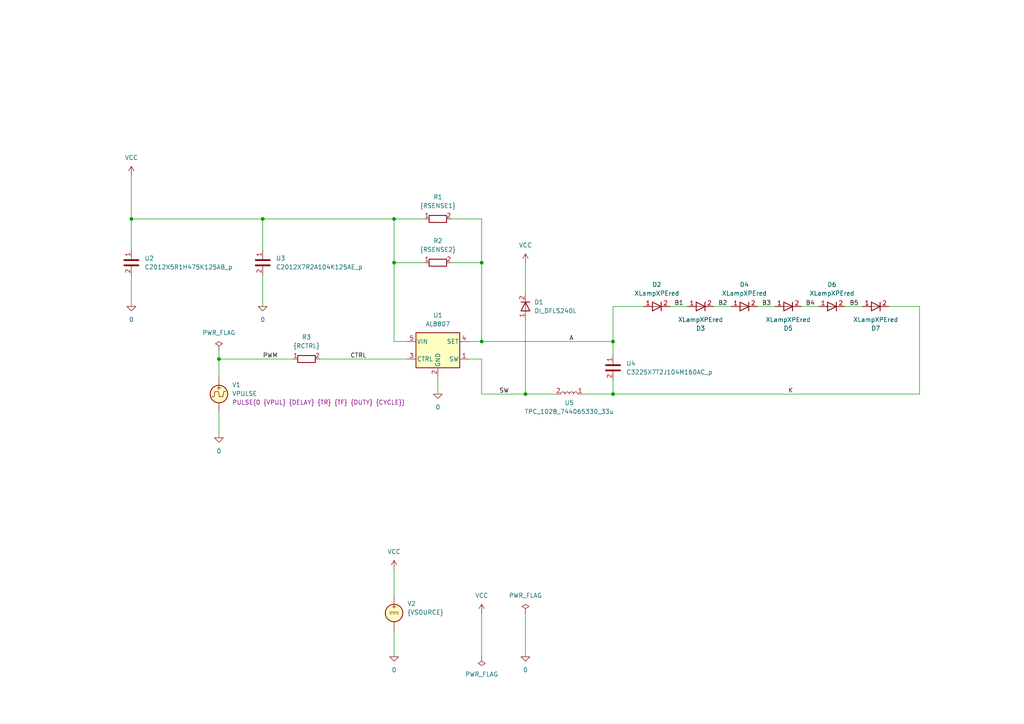
<source format=kicad_sch>
(kicad_sch
	(version 20231120)
	(generator "eeschema")
	(generator_version "8.0")
	(uuid "f85b8705-4960-4d3d-beaf-d8285901795c")
	(paper "A4")
	(title_block
		(title "High efficiency low 36V/1A buck led driver. XP-E red.")
		(date "2024-11-05")
		(rev "2")
		(company "astroelectronic@")
		(comment 1 "-")
		(comment 2 "-")
		(comment 3 "-")
		(comment 4 "AE01003807")
	)
	(lib_symbols
		(symbol "AL8807:0"
			(power)
			(pin_names
				(offset 0)
			)
			(exclude_from_sim no)
			(in_bom yes)
			(on_board yes)
			(property "Reference" "#GND"
				(at 0 -2.54 0)
				(effects
					(font
						(size 1.27 1.27)
					)
					(hide yes)
				)
			)
			(property "Value" "0"
				(at 0 -1.778 0)
				(effects
					(font
						(size 1.27 1.27)
					)
				)
			)
			(property "Footprint" ""
				(at 0 0 0)
				(effects
					(font
						(size 1.27 1.27)
					)
					(hide yes)
				)
			)
			(property "Datasheet" "~"
				(at 0 0 0)
				(effects
					(font
						(size 1.27 1.27)
					)
					(hide yes)
				)
			)
			(property "Description" "0V reference potential for simulation"
				(at 0 0 0)
				(effects
					(font
						(size 1.27 1.27)
					)
					(hide yes)
				)
			)
			(property "ki_keywords" "simulation"
				(at 0 0 0)
				(effects
					(font
						(size 1.27 1.27)
					)
					(hide yes)
				)
			)
			(symbol "0_0_1"
				(polyline
					(pts
						(xy -1.27 0) (xy 0 -1.27) (xy 1.27 0) (xy -1.27 0)
					)
					(stroke
						(width 0)
						(type default)
					)
					(fill
						(type none)
					)
				)
			)
			(symbol "0_1_1"
				(pin power_in line
					(at 0 0 0)
					(length 0) hide
					(name "0"
						(effects
							(font
								(size 1.016 1.016)
							)
						)
					)
					(number "1"
						(effects
							(font
								(size 1.016 1.016)
							)
						)
					)
				)
			)
		)
		(symbol "AL8807:AL8807"
			(pin_names
				(offset 0.254)
			)
			(exclude_from_sim no)
			(in_bom yes)
			(on_board yes)
			(property "Reference" "U"
				(at -5.08 6.35 0)
				(effects
					(font
						(size 1.27 1.27)
					)
				)
			)
			(property "Value" "AL8807"
				(at 5.08 6.35 0)
				(effects
					(font
						(size 1.27 1.27)
					)
				)
			)
			(property "Footprint" ""
				(at 1.27 -6.35 0)
				(effects
					(font
						(size 1.27 1.27)
						(italic yes)
					)
					(justify left)
					(hide yes)
				)
			)
			(property "Datasheet" "https://www.diodes.com/assets/Datasheets/products_inactive_data/AL8807.pdf"
				(at 0 0 0)
				(effects
					(font
						(size 1.27 1.27)
					)
					(hide yes)
				)
			)
			(property "Description" "High efficiency low 36V/1A buck led driver."
				(at 0 0 0)
				(effects
					(font
						(size 1.27 1.27)
					)
					(hide yes)
				)
			)
			(property "ki_keywords" "Switching LED driver. Simmodel."
				(at 0 0 0)
				(effects
					(font
						(size 1.27 1.27)
					)
					(hide yes)
				)
			)
			(property "ki_fp_filters" "SOT?89*"
				(at 0 0 0)
				(effects
					(font
						(size 1.27 1.27)
					)
					(hide yes)
				)
			)
			(symbol "AL8807_0_1"
				(rectangle
					(start -6.35 5.08)
					(end 6.35 -5.08)
					(stroke
						(width 0.254)
						(type default)
					)
					(fill
						(type background)
					)
				)
			)
			(symbol "AL8807_1_1"
				(pin passive line
					(at 8.89 -2.54 180)
					(length 2.54)
					(name "SW"
						(effects
							(font
								(size 1.27 1.27)
							)
						)
					)
					(number "1"
						(effects
							(font
								(size 1.27 1.27)
							)
						)
					)
				)
				(pin passive line
					(at 0 -7.62 90)
					(length 2.54)
					(name "GND"
						(effects
							(font
								(size 1.27 1.27)
							)
						)
					)
					(number "2"
						(effects
							(font
								(size 1.27 1.27)
							)
						)
					)
				)
				(pin passive line
					(at -8.89 -2.54 0)
					(length 2.54)
					(name "CTRL"
						(effects
							(font
								(size 1.27 1.27)
							)
						)
					)
					(number "3"
						(effects
							(font
								(size 1.27 1.27)
							)
						)
					)
				)
				(pin passive line
					(at 8.89 2.54 180)
					(length 2.54)
					(name "SET"
						(effects
							(font
								(size 1.27 1.27)
							)
						)
					)
					(number "4"
						(effects
							(font
								(size 1.27 1.27)
							)
						)
					)
				)
				(pin passive line
					(at -8.89 2.54 0)
					(length 2.54)
					(name "VIN"
						(effects
							(font
								(size 1.27 1.27)
							)
						)
					)
					(number "5"
						(effects
							(font
								(size 1.27 1.27)
							)
						)
					)
				)
			)
		)
		(symbol "AL8807:C"
			(pin_names
				(offset 0.254) hide)
			(exclude_from_sim no)
			(in_bom yes)
			(on_board yes)
			(property "Reference" "C"
				(at 0.635 2.54 0)
				(effects
					(font
						(size 1.27 1.27)
					)
					(justify left)
				)
			)
			(property "Value" "C"
				(at 0.635 -2.54 0)
				(effects
					(font
						(size 1.27 1.27)
					)
					(justify left)
				)
			)
			(property "Footprint" ""
				(at 0.9652 -3.81 0)
				(effects
					(font
						(size 1.27 1.27)
					)
					(hide yes)
				)
			)
			(property "Datasheet" "~"
				(at 0 0 0)
				(effects
					(font
						(size 1.27 1.27)
					)
					(hide yes)
				)
			)
			(property "Description" "Unpolarized capacitor"
				(at 0 0 0)
				(effects
					(font
						(size 1.27 1.27)
					)
					(hide yes)
				)
			)
			(property "ki_keywords" "cap capacitor"
				(at 0 0 0)
				(effects
					(font
						(size 1.27 1.27)
					)
					(hide yes)
				)
			)
			(property "ki_fp_filters" "C_*"
				(at 0 0 0)
				(effects
					(font
						(size 1.27 1.27)
					)
					(hide yes)
				)
			)
			(symbol "C_0_1"
				(polyline
					(pts
						(xy -2.032 -0.762) (xy 2.032 -0.762)
					)
					(stroke
						(width 0.508)
						(type default)
					)
					(fill
						(type none)
					)
				)
				(polyline
					(pts
						(xy -2.032 0.762) (xy 2.032 0.762)
					)
					(stroke
						(width 0.508)
						(type default)
					)
					(fill
						(type none)
					)
				)
			)
			(symbol "C_1_1"
				(pin passive line
					(at 0 3.81 270)
					(length 2.794)
					(name "~"
						(effects
							(font
								(size 1.27 1.27)
							)
						)
					)
					(number "1"
						(effects
							(font
								(size 1.27 1.27)
							)
						)
					)
				)
				(pin passive line
					(at 0 -3.81 90)
					(length 2.794)
					(name "~"
						(effects
							(font
								(size 1.27 1.27)
							)
						)
					)
					(number "2"
						(effects
							(font
								(size 1.27 1.27)
							)
						)
					)
				)
			)
		)
		(symbol "AL8807:DIODE"
			(pin_names
				(offset 1.016) hide)
			(exclude_from_sim no)
			(in_bom yes)
			(on_board yes)
			(property "Reference" "D"
				(at 0 2.54 0)
				(effects
					(font
						(size 1.27 1.27)
					)
				)
			)
			(property "Value" "${SIM.PARAMS}"
				(at 0 -2.54 0)
				(effects
					(font
						(size 1.27 1.27)
					)
				)
			)
			(property "Footprint" ""
				(at 0 0 0)
				(effects
					(font
						(size 1.27 1.27)
					)
					(hide yes)
				)
			)
			(property "Datasheet" "~"
				(at 0 0 0)
				(effects
					(font
						(size 1.27 1.27)
					)
					(hide yes)
				)
			)
			(property "Description" "Diode, anode on pin 1, for simulation only!"
				(at 0 0 0)
				(effects
					(font
						(size 1.27 1.27)
					)
					(hide yes)
				)
			)
			(property "Sim.Pins" "1=1 2=2"
				(at 0 0 0)
				(effects
					(font
						(size 1.27 1.27)
					)
					(hide yes)
				)
			)
			(property "Sim.Device" "SPICE"
				(at 0 0 0)
				(effects
					(font
						(size 1.27 1.27)
					)
					(justify left)
					(hide yes)
				)
			)
			(property "Sim.Params" "type=\"D\" model=\"DIODE\" lib=\"\""
				(at 0 0 0)
				(effects
					(font
						(size 1.27 1.27)
					)
					(hide yes)
				)
			)
			(property "Spice_Netlist_Enabled" "Y"
				(at 0 0 0)
				(effects
					(font
						(size 1.27 1.27)
					)
					(justify left)
					(hide yes)
				)
			)
			(property "ki_keywords" "simulation"
				(at 0 0 0)
				(effects
					(font
						(size 1.27 1.27)
					)
					(hide yes)
				)
			)
			(symbol "DIODE_0_1"
				(polyline
					(pts
						(xy 1.27 0) (xy -1.27 0)
					)
					(stroke
						(width 0)
						(type default)
					)
					(fill
						(type none)
					)
				)
				(polyline
					(pts
						(xy 1.27 1.27) (xy 1.27 -1.27)
					)
					(stroke
						(width 0.254)
						(type default)
					)
					(fill
						(type none)
					)
				)
				(polyline
					(pts
						(xy -1.27 -1.27) (xy -1.27 1.27) (xy 1.27 0) (xy -1.27 -1.27)
					)
					(stroke
						(width 0.254)
						(type default)
					)
					(fill
						(type none)
					)
				)
			)
			(symbol "DIODE_1_1"
				(pin passive line
					(at -3.81 0 0)
					(length 2.54)
					(name "A"
						(effects
							(font
								(size 1.27 1.27)
							)
						)
					)
					(number "1"
						(effects
							(font
								(size 1.27 1.27)
							)
						)
					)
				)
				(pin passive line
					(at 3.81 0 180)
					(length 2.54)
					(name "K"
						(effects
							(font
								(size 1.27 1.27)
							)
						)
					)
					(number "2"
						(effects
							(font
								(size 1.27 1.27)
							)
						)
					)
				)
			)
		)
		(symbol "AL8807:L"
			(pin_names
				(offset 1.016) hide)
			(exclude_from_sim no)
			(in_bom yes)
			(on_board yes)
			(property "Reference" "L"
				(at -1.27 0 90)
				(effects
					(font
						(size 1.27 1.27)
					)
				)
			)
			(property "Value" "L"
				(at 1.905 0 90)
				(effects
					(font
						(size 1.27 1.27)
					)
				)
			)
			(property "Footprint" ""
				(at 0 0 0)
				(effects
					(font
						(size 1.27 1.27)
					)
					(hide yes)
				)
			)
			(property "Datasheet" "~"
				(at 0 0 0)
				(effects
					(font
						(size 1.27 1.27)
					)
					(hide yes)
				)
			)
			(property "Description" "Inductor"
				(at 0 0 0)
				(effects
					(font
						(size 1.27 1.27)
					)
					(hide yes)
				)
			)
			(property "ki_keywords" "inductor choke coil reactor magnetic"
				(at 0 0 0)
				(effects
					(font
						(size 1.27 1.27)
					)
					(hide yes)
				)
			)
			(property "ki_fp_filters" "Choke_* *Coil* Inductor_* L_*"
				(at 0 0 0)
				(effects
					(font
						(size 1.27 1.27)
					)
					(hide yes)
				)
			)
			(symbol "L_0_1"
				(arc
					(start 0 -2.54)
					(mid 0.6323 -1.905)
					(end 0 -1.27)
					(stroke
						(width 0)
						(type default)
					)
					(fill
						(type none)
					)
				)
				(arc
					(start 0 -1.27)
					(mid 0.6323 -0.635)
					(end 0 0)
					(stroke
						(width 0)
						(type default)
					)
					(fill
						(type none)
					)
				)
				(arc
					(start 0 0)
					(mid 0.6323 0.635)
					(end 0 1.27)
					(stroke
						(width 0)
						(type default)
					)
					(fill
						(type none)
					)
				)
				(arc
					(start 0 1.27)
					(mid 0.6323 1.905)
					(end 0 2.54)
					(stroke
						(width 0)
						(type default)
					)
					(fill
						(type none)
					)
				)
			)
			(symbol "L_1_1"
				(pin passive line
					(at 0 3.81 270)
					(length 1.27)
					(name "1"
						(effects
							(font
								(size 1.27 1.27)
							)
						)
					)
					(number "1"
						(effects
							(font
								(size 1.27 1.27)
							)
						)
					)
				)
				(pin passive line
					(at 0 -3.81 90)
					(length 1.27)
					(name "2"
						(effects
							(font
								(size 1.27 1.27)
							)
						)
					)
					(number "2"
						(effects
							(font
								(size 1.27 1.27)
							)
						)
					)
				)
			)
		)
		(symbol "AL8807:PWR_FLAG"
			(power)
			(pin_numbers hide)
			(pin_names
				(offset 0) hide)
			(exclude_from_sim no)
			(in_bom yes)
			(on_board yes)
			(property "Reference" "#FLG"
				(at 0 1.905 0)
				(effects
					(font
						(size 1.27 1.27)
					)
					(hide yes)
				)
			)
			(property "Value" "PWR_FLAG"
				(at 0 3.81 0)
				(effects
					(font
						(size 1.27 1.27)
					)
				)
			)
			(property "Footprint" ""
				(at 0 0 0)
				(effects
					(font
						(size 1.27 1.27)
					)
					(hide yes)
				)
			)
			(property "Datasheet" "~"
				(at 0 0 0)
				(effects
					(font
						(size 1.27 1.27)
					)
					(hide yes)
				)
			)
			(property "Description" "Special symbol for telling ERC where power comes from"
				(at 0 0 0)
				(effects
					(font
						(size 1.27 1.27)
					)
					(hide yes)
				)
			)
			(property "ki_keywords" "flag power"
				(at 0 0 0)
				(effects
					(font
						(size 1.27 1.27)
					)
					(hide yes)
				)
			)
			(symbol "PWR_FLAG_0_0"
				(pin power_out line
					(at 0 0 90)
					(length 0)
					(name "pwr"
						(effects
							(font
								(size 1.27 1.27)
							)
						)
					)
					(number "1"
						(effects
							(font
								(size 1.27 1.27)
							)
						)
					)
				)
			)
			(symbol "PWR_FLAG_0_1"
				(polyline
					(pts
						(xy 0 0) (xy 0 1.27) (xy -1.016 1.905) (xy 0 2.54) (xy 1.016 1.905) (xy 0 1.27)
					)
					(stroke
						(width 0)
						(type default)
					)
					(fill
						(type none)
					)
				)
			)
		)
		(symbol "AL8807:R"
			(pin_names
				(offset 0) hide)
			(exclude_from_sim no)
			(in_bom yes)
			(on_board yes)
			(property "Reference" "R"
				(at 2.032 0 90)
				(effects
					(font
						(size 1.27 1.27)
					)
				)
			)
			(property "Value" "R"
				(at 0 0 90)
				(effects
					(font
						(size 1.27 1.27)
					)
				)
			)
			(property "Footprint" ""
				(at -1.778 0 90)
				(effects
					(font
						(size 1.27 1.27)
					)
					(hide yes)
				)
			)
			(property "Datasheet" "~"
				(at 0 0 0)
				(effects
					(font
						(size 1.27 1.27)
					)
					(hide yes)
				)
			)
			(property "Description" "Resistor"
				(at 0 0 0)
				(effects
					(font
						(size 1.27 1.27)
					)
					(hide yes)
				)
			)
			(property "ki_keywords" "R res resistor"
				(at 0 0 0)
				(effects
					(font
						(size 1.27 1.27)
					)
					(hide yes)
				)
			)
			(property "ki_fp_filters" "R_*"
				(at 0 0 0)
				(effects
					(font
						(size 1.27 1.27)
					)
					(hide yes)
				)
			)
			(symbol "R_0_1"
				(rectangle
					(start -1.016 -2.54)
					(end 1.016 2.54)
					(stroke
						(width 0.254)
						(type default)
					)
					(fill
						(type none)
					)
				)
			)
			(symbol "R_1_1"
				(pin passive line
					(at 0 3.81 270)
					(length 1.27)
					(name "~"
						(effects
							(font
								(size 1.27 1.27)
							)
						)
					)
					(number "1"
						(effects
							(font
								(size 1.27 1.27)
							)
						)
					)
				)
				(pin passive line
					(at 0 -3.81 90)
					(length 1.27)
					(name "~"
						(effects
							(font
								(size 1.27 1.27)
							)
						)
					)
					(number "2"
						(effects
							(font
								(size 1.27 1.27)
							)
						)
					)
				)
			)
		)
		(symbol "AL8807:VCC"
			(power)
			(pin_names
				(offset 0)
			)
			(exclude_from_sim no)
			(in_bom yes)
			(on_board yes)
			(property "Reference" "#PWR"
				(at 0 -3.81 0)
				(effects
					(font
						(size 1.27 1.27)
					)
					(hide yes)
				)
			)
			(property "Value" "VCC"
				(at 0 3.81 0)
				(effects
					(font
						(size 1.27 1.27)
					)
				)
			)
			(property "Footprint" ""
				(at 0 0 0)
				(effects
					(font
						(size 1.27 1.27)
					)
					(hide yes)
				)
			)
			(property "Datasheet" ""
				(at 0 0 0)
				(effects
					(font
						(size 1.27 1.27)
					)
					(hide yes)
				)
			)
			(property "Description" "Power symbol creates a global label with name \"VCC\""
				(at 0 0 0)
				(effects
					(font
						(size 1.27 1.27)
					)
					(hide yes)
				)
			)
			(property "ki_keywords" "global power"
				(at 0 0 0)
				(effects
					(font
						(size 1.27 1.27)
					)
					(hide yes)
				)
			)
			(symbol "VCC_0_1"
				(polyline
					(pts
						(xy -0.762 1.27) (xy 0 2.54)
					)
					(stroke
						(width 0)
						(type default)
					)
					(fill
						(type none)
					)
				)
				(polyline
					(pts
						(xy 0 0) (xy 0 2.54)
					)
					(stroke
						(width 0)
						(type default)
					)
					(fill
						(type none)
					)
				)
				(polyline
					(pts
						(xy 0 2.54) (xy 0.762 1.27)
					)
					(stroke
						(width 0)
						(type default)
					)
					(fill
						(type none)
					)
				)
			)
			(symbol "VCC_1_1"
				(pin power_in line
					(at 0 0 90)
					(length 0) hide
					(name "VCC"
						(effects
							(font
								(size 1.27 1.27)
							)
						)
					)
					(number "1"
						(effects
							(font
								(size 1.27 1.27)
							)
						)
					)
				)
			)
		)
		(symbol "AL8807:VDC"
			(pin_numbers hide)
			(pin_names
				(offset 0.0254)
			)
			(exclude_from_sim no)
			(in_bom yes)
			(on_board yes)
			(property "Reference" "V"
				(at 2.54 2.54 0)
				(effects
					(font
						(size 1.27 1.27)
					)
					(justify left)
				)
			)
			(property "Value" "1"
				(at 2.54 0 0)
				(effects
					(font
						(size 1.27 1.27)
					)
					(justify left)
				)
			)
			(property "Footprint" ""
				(at 0 0 0)
				(effects
					(font
						(size 1.27 1.27)
					)
					(hide yes)
				)
			)
			(property "Datasheet" "~"
				(at 0 0 0)
				(effects
					(font
						(size 1.27 1.27)
					)
					(hide yes)
				)
			)
			(property "Description" "Voltage source, DC"
				(at 0 0 0)
				(effects
					(font
						(size 1.27 1.27)
					)
					(hide yes)
				)
			)
			(property "Sim.Pins" "1=+ 2=-"
				(at 0 0 0)
				(effects
					(font
						(size 1.27 1.27)
					)
					(hide yes)
				)
			)
			(property "Sim.Type" "DC"
				(at 0 0 0)
				(effects
					(font
						(size 1.27 1.27)
					)
					(hide yes)
				)
			)
			(property "Sim.Device" "V"
				(at 0 0 0)
				(effects
					(font
						(size 1.27 1.27)
					)
					(justify left)
					(hide yes)
				)
			)
			(property "Spice_Netlist_Enabled" "Y"
				(at 0 0 0)
				(effects
					(font
						(size 1.27 1.27)
					)
					(justify left)
					(hide yes)
				)
			)
			(property "ki_keywords" "simulation"
				(at 0 0 0)
				(effects
					(font
						(size 1.27 1.27)
					)
					(hide yes)
				)
			)
			(symbol "VDC_0_0"
				(polyline
					(pts
						(xy -1.27 0.254) (xy 1.27 0.254)
					)
					(stroke
						(width 0)
						(type default)
					)
					(fill
						(type none)
					)
				)
				(polyline
					(pts
						(xy -0.762 -0.254) (xy -1.27 -0.254)
					)
					(stroke
						(width 0)
						(type default)
					)
					(fill
						(type none)
					)
				)
				(polyline
					(pts
						(xy 0.254 -0.254) (xy -0.254 -0.254)
					)
					(stroke
						(width 0)
						(type default)
					)
					(fill
						(type none)
					)
				)
				(polyline
					(pts
						(xy 1.27 -0.254) (xy 0.762 -0.254)
					)
					(stroke
						(width 0)
						(type default)
					)
					(fill
						(type none)
					)
				)
				(text "+"
					(at 0 1.905 0)
					(effects
						(font
							(size 1.27 1.27)
						)
					)
				)
			)
			(symbol "VDC_0_1"
				(circle
					(center 0 0)
					(radius 2.54)
					(stroke
						(width 0.254)
						(type default)
					)
					(fill
						(type background)
					)
				)
			)
			(symbol "VDC_1_1"
				(pin passive line
					(at 0 5.08 270)
					(length 2.54)
					(name "~"
						(effects
							(font
								(size 1.27 1.27)
							)
						)
					)
					(number "1"
						(effects
							(font
								(size 1.27 1.27)
							)
						)
					)
				)
				(pin passive line
					(at 0 -5.08 90)
					(length 2.54)
					(name "~"
						(effects
							(font
								(size 1.27 1.27)
							)
						)
					)
					(number "2"
						(effects
							(font
								(size 1.27 1.27)
							)
						)
					)
				)
			)
		)
		(symbol "AL8807:VPULSE"
			(pin_numbers hide)
			(pin_names
				(offset 0.0254)
			)
			(exclude_from_sim no)
			(in_bom yes)
			(on_board yes)
			(property "Reference" "V"
				(at 2.54 2.54 0)
				(effects
					(font
						(size 1.27 1.27)
					)
					(justify left)
				)
			)
			(property "Value" "VPULSE"
				(at 2.54 0 0)
				(effects
					(font
						(size 1.27 1.27)
					)
					(justify left)
				)
			)
			(property "Footprint" ""
				(at 0 0 0)
				(effects
					(font
						(size 1.27 1.27)
					)
					(hide yes)
				)
			)
			(property "Datasheet" "~"
				(at 0 0 0)
				(effects
					(font
						(size 1.27 1.27)
					)
					(hide yes)
				)
			)
			(property "Description" "Voltage source, pulse"
				(at 0 0 0)
				(effects
					(font
						(size 1.27 1.27)
					)
					(hide yes)
				)
			)
			(property "Sim.Pins" "1=+ 2=-"
				(at 0 0 0)
				(effects
					(font
						(size 1.27 1.27)
					)
					(hide yes)
				)
			)
			(property "Sim.Type" "PULSE"
				(at 0 0 0)
				(effects
					(font
						(size 1.27 1.27)
					)
					(hide yes)
				)
			)
			(property "Sim.Device" "V"
				(at 0 0 0)
				(effects
					(font
						(size 1.27 1.27)
					)
					(justify left)
					(hide yes)
				)
			)
			(property "Sim.Params" "y1=0 y2=1 td=2n tr=2n tf=2n tw=50n per=100n"
				(at 2.54 -2.54 0)
				(effects
					(font
						(size 1.27 1.27)
					)
					(justify left)
				)
			)
			(property "Spice_Netlist_Enabled" "Y"
				(at 0 0 0)
				(effects
					(font
						(size 1.27 1.27)
					)
					(justify left)
					(hide yes)
				)
			)
			(property "ki_keywords" "simulation"
				(at 0 0 0)
				(effects
					(font
						(size 1.27 1.27)
					)
					(hide yes)
				)
			)
			(symbol "VPULSE_0_0"
				(polyline
					(pts
						(xy -2.032 -0.762) (xy -1.397 -0.762) (xy -1.143 0.762) (xy -0.127 0.762) (xy 0.127 -0.762) (xy 1.143 -0.762)
						(xy 1.397 0.762) (xy 2.032 0.762)
					)
					(stroke
						(width 0)
						(type default)
					)
					(fill
						(type none)
					)
				)
				(text "+"
					(at 0 1.905 0)
					(effects
						(font
							(size 1.27 1.27)
						)
					)
				)
			)
			(symbol "VPULSE_0_1"
				(circle
					(center 0 0)
					(radius 2.54)
					(stroke
						(width 0.254)
						(type default)
					)
					(fill
						(type background)
					)
				)
			)
			(symbol "VPULSE_1_1"
				(pin passive line
					(at 0 5.08 270)
					(length 2.54)
					(name "~"
						(effects
							(font
								(size 1.27 1.27)
							)
						)
					)
					(number "1"
						(effects
							(font
								(size 1.27 1.27)
							)
						)
					)
				)
				(pin passive line
					(at 0 -5.08 90)
					(length 2.54)
					(name "~"
						(effects
							(font
								(size 1.27 1.27)
							)
						)
					)
					(number "2"
						(effects
							(font
								(size 1.27 1.27)
							)
						)
					)
				)
			)
		)
		(symbol "C_1"
			(pin_names
				(offset 0.254) hide)
			(exclude_from_sim no)
			(in_bom yes)
			(on_board yes)
			(property "Reference" "C"
				(at 0.635 2.54 0)
				(effects
					(font
						(size 1.27 1.27)
					)
					(justify left)
				)
			)
			(property "Value" "C_1"
				(at 0.635 -2.54 0)
				(effects
					(font
						(size 1.27 1.27)
					)
					(justify left)
				)
			)
			(property "Footprint" ""
				(at 0.9652 -3.81 0)
				(effects
					(font
						(size 1.27 1.27)
					)
					(hide yes)
				)
			)
			(property "Datasheet" "~"
				(at 0 0 0)
				(effects
					(font
						(size 1.27 1.27)
					)
					(hide yes)
				)
			)
			(property "Description" "Unpolarized capacitor"
				(at 0 0 0)
				(effects
					(font
						(size 1.27 1.27)
					)
					(hide yes)
				)
			)
			(property "ki_keywords" "cap capacitor"
				(at 0 0 0)
				(effects
					(font
						(size 1.27 1.27)
					)
					(hide yes)
				)
			)
			(property "ki_fp_filters" "C_*"
				(at 0 0 0)
				(effects
					(font
						(size 1.27 1.27)
					)
					(hide yes)
				)
			)
			(symbol "C_1_0_1"
				(polyline
					(pts
						(xy -2.032 -0.762) (xy 2.032 -0.762)
					)
					(stroke
						(width 0.508)
						(type default)
					)
					(fill
						(type none)
					)
				)
				(polyline
					(pts
						(xy -2.032 0.762) (xy 2.032 0.762)
					)
					(stroke
						(width 0.508)
						(type default)
					)
					(fill
						(type none)
					)
				)
			)
			(symbol "C_1_1_1"
				(pin passive line
					(at 0 3.81 270)
					(length 2.794)
					(name "~"
						(effects
							(font
								(size 1.27 1.27)
							)
						)
					)
					(number "1"
						(effects
							(font
								(size 1.27 1.27)
							)
						)
					)
				)
				(pin passive line
					(at 0 -3.81 90)
					(length 2.794)
					(name "~"
						(effects
							(font
								(size 1.27 1.27)
							)
						)
					)
					(number "2"
						(effects
							(font
								(size 1.27 1.27)
							)
						)
					)
				)
			)
		)
		(symbol "C_2"
			(pin_names
				(offset 0.254) hide)
			(exclude_from_sim no)
			(in_bom yes)
			(on_board yes)
			(property "Reference" "C"
				(at 0.635 2.54 0)
				(effects
					(font
						(size 1.27 1.27)
					)
					(justify left)
				)
			)
			(property "Value" "C_2"
				(at 0.635 -2.54 0)
				(effects
					(font
						(size 1.27 1.27)
					)
					(justify left)
				)
			)
			(property "Footprint" ""
				(at 0.9652 -3.81 0)
				(effects
					(font
						(size 1.27 1.27)
					)
					(hide yes)
				)
			)
			(property "Datasheet" "~"
				(at 0 0 0)
				(effects
					(font
						(size 1.27 1.27)
					)
					(hide yes)
				)
			)
			(property "Description" "Unpolarized capacitor"
				(at 0 0 0)
				(effects
					(font
						(size 1.27 1.27)
					)
					(hide yes)
				)
			)
			(property "ki_keywords" "cap capacitor"
				(at 0 0 0)
				(effects
					(font
						(size 1.27 1.27)
					)
					(hide yes)
				)
			)
			(property "ki_fp_filters" "C_*"
				(at 0 0 0)
				(effects
					(font
						(size 1.27 1.27)
					)
					(hide yes)
				)
			)
			(symbol "C_2_0_1"
				(polyline
					(pts
						(xy -2.032 -0.762) (xy 2.032 -0.762)
					)
					(stroke
						(width 0.508)
						(type default)
					)
					(fill
						(type none)
					)
				)
				(polyline
					(pts
						(xy -2.032 0.762) (xy 2.032 0.762)
					)
					(stroke
						(width 0.508)
						(type default)
					)
					(fill
						(type none)
					)
				)
			)
			(symbol "C_2_1_1"
				(pin passive line
					(at 0 3.81 270)
					(length 2.794)
					(name "~"
						(effects
							(font
								(size 1.27 1.27)
							)
						)
					)
					(number "1"
						(effects
							(font
								(size 1.27 1.27)
							)
						)
					)
				)
				(pin passive line
					(at 0 -3.81 90)
					(length 2.794)
					(name "~"
						(effects
							(font
								(size 1.27 1.27)
							)
						)
					)
					(number "2"
						(effects
							(font
								(size 1.27 1.27)
							)
						)
					)
				)
			)
		)
		(symbol "DIODE_1_5"
			(pin_names
				(offset 1.016) hide)
			(exclude_from_sim no)
			(in_bom yes)
			(on_board yes)
			(property "Reference" "D"
				(at 0 2.54 0)
				(effects
					(font
						(size 1.27 1.27)
					)
				)
			)
			(property "Value" "${SIM.PARAMS}"
				(at 0 -2.54 0)
				(effects
					(font
						(size 1.27 1.27)
					)
				)
			)
			(property "Footprint" ""
				(at 0 0 0)
				(effects
					(font
						(size 1.27 1.27)
					)
					(hide yes)
				)
			)
			(property "Datasheet" "~"
				(at 0 0 0)
				(effects
					(font
						(size 1.27 1.27)
					)
					(hide yes)
				)
			)
			(property "Description" "Diode, anode on pin 1, for simulation only!"
				(at 0 0 0)
				(effects
					(font
						(size 1.27 1.27)
					)
					(hide yes)
				)
			)
			(property "Sim.Pins" "1=1 2=2"
				(at 0 0 0)
				(effects
					(font
						(size 1.27 1.27)
					)
					(hide yes)
				)
			)
			(property "Sim.Device" "SPICE"
				(at 0 0 0)
				(effects
					(font
						(size 1.27 1.27)
					)
					(justify left)
					(hide yes)
				)
			)
			(property "Sim.Params" "type=\"D\" model=\"DIODE_1\" lib=\"\""
				(at 0 0 0)
				(effects
					(font
						(size 1.27 1.27)
					)
					(hide yes)
				)
			)
			(property "Spice_Netlist_Enabled" "Y"
				(at 0 0 0)
				(effects
					(font
						(size 1.27 1.27)
					)
					(justify left)
					(hide yes)
				)
			)
			(property "ki_keywords" "simulation"
				(at 0 0 0)
				(effects
					(font
						(size 1.27 1.27)
					)
					(hide yes)
				)
			)
			(symbol "DIODE_1_5_0_1"
				(polyline
					(pts
						(xy 1.27 0) (xy -1.27 0)
					)
					(stroke
						(width 0)
						(type default)
					)
					(fill
						(type none)
					)
				)
				(polyline
					(pts
						(xy 1.27 1.27) (xy 1.27 -1.27)
					)
					(stroke
						(width 0.254)
						(type default)
					)
					(fill
						(type none)
					)
				)
				(polyline
					(pts
						(xy -1.27 -1.27) (xy -1.27 1.27) (xy 1.27 0) (xy -1.27 -1.27)
					)
					(stroke
						(width 0.254)
						(type default)
					)
					(fill
						(type none)
					)
				)
			)
			(symbol "DIODE_1_5_1_1"
				(pin passive line
					(at -3.81 0 0)
					(length 2.54)
					(name "A"
						(effects
							(font
								(size 1.27 1.27)
							)
						)
					)
					(number "1"
						(effects
							(font
								(size 1.27 1.27)
							)
						)
					)
				)
				(pin passive line
					(at 3.81 0 180)
					(length 2.54)
					(name "K"
						(effects
							(font
								(size 1.27 1.27)
							)
						)
					)
					(number "2"
						(effects
							(font
								(size 1.27 1.27)
							)
						)
					)
				)
			)
		)
		(symbol "R_1"
			(pin_names
				(offset 0) hide)
			(exclude_from_sim no)
			(in_bom yes)
			(on_board yes)
			(property "Reference" "R"
				(at 2.032 0 90)
				(effects
					(font
						(size 1.27 1.27)
					)
				)
			)
			(property "Value" "R_1"
				(at 0 0 90)
				(effects
					(font
						(size 1.27 1.27)
					)
				)
			)
			(property "Footprint" ""
				(at -1.778 0 90)
				(effects
					(font
						(size 1.27 1.27)
					)
					(hide yes)
				)
			)
			(property "Datasheet" "~"
				(at 0 0 0)
				(effects
					(font
						(size 1.27 1.27)
					)
					(hide yes)
				)
			)
			(property "Description" "Resistor"
				(at 0 0 0)
				(effects
					(font
						(size 1.27 1.27)
					)
					(hide yes)
				)
			)
			(property "ki_keywords" "R res resistor"
				(at 0 0 0)
				(effects
					(font
						(size 1.27 1.27)
					)
					(hide yes)
				)
			)
			(property "ki_fp_filters" "R_*"
				(at 0 0 0)
				(effects
					(font
						(size 1.27 1.27)
					)
					(hide yes)
				)
			)
			(symbol "R_1_0_1"
				(rectangle
					(start -1.016 -2.54)
					(end 1.016 2.54)
					(stroke
						(width 0.254)
						(type default)
					)
					(fill
						(type none)
					)
				)
			)
			(symbol "R_1_1_1"
				(pin passive line
					(at 0 3.81 270)
					(length 1.27)
					(name "~"
						(effects
							(font
								(size 1.27 1.27)
							)
						)
					)
					(number "1"
						(effects
							(font
								(size 1.27 1.27)
							)
						)
					)
				)
				(pin passive line
					(at 0 -3.81 90)
					(length 1.27)
					(name "~"
						(effects
							(font
								(size 1.27 1.27)
							)
						)
					)
					(number "2"
						(effects
							(font
								(size 1.27 1.27)
							)
						)
					)
				)
			)
		)
		(symbol "R_2"
			(pin_names
				(offset 0) hide)
			(exclude_from_sim no)
			(in_bom yes)
			(on_board yes)
			(property "Reference" "R"
				(at 2.032 0 90)
				(effects
					(font
						(size 1.27 1.27)
					)
				)
			)
			(property "Value" "R_2"
				(at 0 0 90)
				(effects
					(font
						(size 1.27 1.27)
					)
				)
			)
			(property "Footprint" ""
				(at -1.778 0 90)
				(effects
					(font
						(size 1.27 1.27)
					)
					(hide yes)
				)
			)
			(property "Datasheet" "~"
				(at 0 0 0)
				(effects
					(font
						(size 1.27 1.27)
					)
					(hide yes)
				)
			)
			(property "Description" "Resistor"
				(at 0 0 0)
				(effects
					(font
						(size 1.27 1.27)
					)
					(hide yes)
				)
			)
			(property "ki_keywords" "R res resistor"
				(at 0 0 0)
				(effects
					(font
						(size 1.27 1.27)
					)
					(hide yes)
				)
			)
			(property "ki_fp_filters" "R_*"
				(at 0 0 0)
				(effects
					(font
						(size 1.27 1.27)
					)
					(hide yes)
				)
			)
			(symbol "R_2_0_1"
				(rectangle
					(start -1.016 -2.54)
					(end 1.016 2.54)
					(stroke
						(width 0.254)
						(type default)
					)
					(fill
						(type none)
					)
				)
			)
			(symbol "R_2_1_1"
				(pin passive line
					(at 0 3.81 270)
					(length 1.27)
					(name "~"
						(effects
							(font
								(size 1.27 1.27)
							)
						)
					)
					(number "1"
						(effects
							(font
								(size 1.27 1.27)
							)
						)
					)
				)
				(pin passive line
					(at 0 -3.81 90)
					(length 1.27)
					(name "~"
						(effects
							(font
								(size 1.27 1.27)
							)
						)
					)
					(number "2"
						(effects
							(font
								(size 1.27 1.27)
							)
						)
					)
				)
			)
		)
	)
	(junction
		(at 76.2 63.5)
		(diameter 0)
		(color 0 0 0 0)
		(uuid "021ad581-bfe1-4f2c-a043-dc783413eddc")
	)
	(junction
		(at 38.1 63.5)
		(diameter 0)
		(color 0 0 0 0)
		(uuid "168e370b-8e8f-4d77-9f78-7c59b4b1d7d1")
	)
	(junction
		(at 152.4 114.3)
		(diameter 0)
		(color 0 0 0 0)
		(uuid "97a9322c-c719-4fa2-b087-e0296589810d")
	)
	(junction
		(at 139.7 99.06)
		(diameter 0)
		(color 0 0 0 0)
		(uuid "a1278c37-8b41-43aa-8d78-9d5445827647")
	)
	(junction
		(at 177.8 114.3)
		(diameter 0)
		(color 0 0 0 0)
		(uuid "a2c8bb26-9b3c-46b8-8114-d8dfa0ed7cd2")
	)
	(junction
		(at 63.5 104.14)
		(diameter 0)
		(color 0 0 0 0)
		(uuid "a61fea71-4793-44c3-9e50-bcd603af9b06")
	)
	(junction
		(at 139.7 76.2)
		(diameter 0)
		(color 0 0 0 0)
		(uuid "b8c69e57-ef3d-489f-baf7-6becb50618c2")
	)
	(junction
		(at 177.8 99.06)
		(diameter 0)
		(color 0 0 0 0)
		(uuid "c557911c-5ee5-435e-b04a-508b321478dd")
	)
	(junction
		(at 114.3 63.5)
		(diameter 0)
		(color 0 0 0 0)
		(uuid "d1f0b821-1aac-422e-b137-a38526192b5c")
	)
	(junction
		(at 114.3 76.2)
		(diameter 0)
		(color 0 0 0 0)
		(uuid "e5a9238f-d204-4063-b2c2-b19b96e79781")
	)
	(wire
		(pts
			(xy 139.7 76.2) (xy 130.81 76.2)
		)
		(stroke
			(width 0)
			(type default)
		)
		(uuid "01c7e703-32dd-490c-ab27-ef28c4a8f987")
	)
	(wire
		(pts
			(xy 177.8 99.06) (xy 177.8 88.9)
		)
		(stroke
			(width 0)
			(type default)
		)
		(uuid "07e9ed99-5315-4f11-88f8-3b0e77b62a09")
	)
	(wire
		(pts
			(xy 168.91 114.3) (xy 177.8 114.3)
		)
		(stroke
			(width 0)
			(type default)
		)
		(uuid "0aa8e3b0-d0fa-4450-95b4-568e3f7b024d")
	)
	(wire
		(pts
			(xy 152.4 177.8) (xy 152.4 190.5)
		)
		(stroke
			(width 0)
			(type default)
		)
		(uuid "0f720556-4d91-446a-8c28-ddebdeaba64a")
	)
	(wire
		(pts
			(xy 139.7 63.5) (xy 139.7 76.2)
		)
		(stroke
			(width 0)
			(type default)
		)
		(uuid "11b85482-d407-46d2-a0f4-c6c60a2ae39d")
	)
	(wire
		(pts
			(xy 38.1 63.5) (xy 38.1 72.39)
		)
		(stroke
			(width 0)
			(type default)
		)
		(uuid "2018f8e2-47e6-40ef-804a-941edea97886")
	)
	(wire
		(pts
			(xy 127 109.22) (xy 127 114.3)
		)
		(stroke
			(width 0)
			(type default)
		)
		(uuid "20e3603a-e89c-48aa-9f6e-77620c03d598")
	)
	(wire
		(pts
			(xy 38.1 50.8) (xy 38.1 63.5)
		)
		(stroke
			(width 0)
			(type default)
		)
		(uuid "2dfe437d-9ab4-4326-a69c-036821b7fc85")
	)
	(wire
		(pts
			(xy 76.2 63.5) (xy 114.3 63.5)
		)
		(stroke
			(width 0)
			(type default)
		)
		(uuid "2f417abd-ca4e-4ba2-b68d-cc53bfb478e9")
	)
	(wire
		(pts
			(xy 139.7 99.06) (xy 139.7 76.2)
		)
		(stroke
			(width 0)
			(type default)
		)
		(uuid "3431784f-484c-4f01-b32e-545b7b2e3c51")
	)
	(wire
		(pts
			(xy 194.31 88.9) (xy 199.39 88.9)
		)
		(stroke
			(width 0)
			(type default)
		)
		(uuid "3a15cffc-ee50-4b90-9348-d4ce251b4c9a")
	)
	(wire
		(pts
			(xy 114.3 99.06) (xy 114.3 76.2)
		)
		(stroke
			(width 0)
			(type default)
		)
		(uuid "429d9ea5-3da2-4c1b-8e1a-25dc7344d03b")
	)
	(wire
		(pts
			(xy 38.1 80.01) (xy 38.1 88.9)
		)
		(stroke
			(width 0)
			(type default)
		)
		(uuid "4a3fd225-4a2f-4a6d-b982-33280ab9804a")
	)
	(wire
		(pts
			(xy 177.8 99.06) (xy 177.8 102.87)
		)
		(stroke
			(width 0)
			(type default)
		)
		(uuid "4db8a0b0-3529-48d5-85c8-d1f3b4d660e1")
	)
	(wire
		(pts
			(xy 152.4 92.71) (xy 152.4 114.3)
		)
		(stroke
			(width 0)
			(type default)
		)
		(uuid "58efe5d2-0977-477f-85dc-a2b9e758ee43")
	)
	(wire
		(pts
			(xy 177.8 88.9) (xy 186.69 88.9)
		)
		(stroke
			(width 0)
			(type default)
		)
		(uuid "650f20fc-eab0-4be3-9f5d-fd1322775259")
	)
	(wire
		(pts
			(xy 177.8 110.49) (xy 177.8 114.3)
		)
		(stroke
			(width 0)
			(type default)
		)
		(uuid "6a432b4a-0a63-4dac-a6e5-9e35a3606e04")
	)
	(wire
		(pts
			(xy 219.71 88.9) (xy 224.79 88.9)
		)
		(stroke
			(width 0)
			(type default)
		)
		(uuid "80e1c06e-3d73-4b8d-b265-8e163f97ed7f")
	)
	(wire
		(pts
			(xy 152.4 114.3) (xy 139.7 114.3)
		)
		(stroke
			(width 0)
			(type default)
		)
		(uuid "84692b50-df54-44db-961e-86b6db8c68ab")
	)
	(wire
		(pts
			(xy 63.5 119.38) (xy 63.5 127)
		)
		(stroke
			(width 0)
			(type default)
		)
		(uuid "8c8fc981-26f1-4f1d-8e2e-b00228f9e98e")
	)
	(wire
		(pts
			(xy 139.7 104.14) (xy 135.89 104.14)
		)
		(stroke
			(width 0)
			(type default)
		)
		(uuid "9055bbb4-7f1d-4906-8399-b9aaa7b16843")
	)
	(wire
		(pts
			(xy 76.2 63.5) (xy 76.2 72.39)
		)
		(stroke
			(width 0)
			(type default)
		)
		(uuid "9381057f-4fa5-4c63-bc33-8004d543fd66")
	)
	(wire
		(pts
			(xy 76.2 80.01) (xy 76.2 88.9)
		)
		(stroke
			(width 0)
			(type default)
		)
		(uuid "98782699-00a9-4a56-bad3-3d0bb34b2ab9")
	)
	(wire
		(pts
			(xy 139.7 177.8) (xy 139.7 190.5)
		)
		(stroke
			(width 0)
			(type default)
		)
		(uuid "98f199e7-4847-4ad3-a02d-664b932fbcaf")
	)
	(wire
		(pts
			(xy 114.3 76.2) (xy 114.3 63.5)
		)
		(stroke
			(width 0)
			(type default)
		)
		(uuid "9a02c457-c4de-47c2-9914-acf7cc8db995")
	)
	(wire
		(pts
			(xy 207.01 88.9) (xy 212.09 88.9)
		)
		(stroke
			(width 0)
			(type default)
		)
		(uuid "a5794a2b-93e3-4aad-a75c-324bce41a03f")
	)
	(wire
		(pts
			(xy 92.71 104.14) (xy 118.11 104.14)
		)
		(stroke
			(width 0)
			(type default)
		)
		(uuid "a715a9bb-12c4-4c87-b92c-6d2e71049932")
	)
	(wire
		(pts
			(xy 139.7 99.06) (xy 177.8 99.06)
		)
		(stroke
			(width 0)
			(type default)
		)
		(uuid "b05dcea4-e955-4e79-ab94-acc34da4655e")
	)
	(wire
		(pts
			(xy 38.1 63.5) (xy 76.2 63.5)
		)
		(stroke
			(width 0)
			(type default)
		)
		(uuid "b836bfbf-e229-4302-8975-7148666660cf")
	)
	(wire
		(pts
			(xy 177.8 114.3) (xy 266.7 114.3)
		)
		(stroke
			(width 0)
			(type default)
		)
		(uuid "b865479a-a893-48e9-b72a-b9f7b6fdac94")
	)
	(wire
		(pts
			(xy 114.3 165.1) (xy 114.3 172.72)
		)
		(stroke
			(width 0)
			(type default)
		)
		(uuid "c12ab2d4-fb4d-4698-96b2-844f7f724fdc")
	)
	(wire
		(pts
			(xy 266.7 114.3) (xy 266.7 88.9)
		)
		(stroke
			(width 0)
			(type default)
		)
		(uuid "c3cbdfe5-a511-4543-aa64-e4b249982016")
	)
	(wire
		(pts
			(xy 63.5 101.6) (xy 63.5 104.14)
		)
		(stroke
			(width 0)
			(type default)
		)
		(uuid "c463476e-3700-42c0-a9c6-e0e51d046484")
	)
	(wire
		(pts
			(xy 266.7 88.9) (xy 257.81 88.9)
		)
		(stroke
			(width 0)
			(type default)
		)
		(uuid "c6bba423-542b-45e4-a621-4b38d3d64ac2")
	)
	(wire
		(pts
			(xy 114.3 182.88) (xy 114.3 190.5)
		)
		(stroke
			(width 0)
			(type default)
		)
		(uuid "cddb09ad-8454-4df7-a7c0-3fac569efff4")
	)
	(wire
		(pts
			(xy 245.11 88.9) (xy 250.19 88.9)
		)
		(stroke
			(width 0)
			(type default)
		)
		(uuid "cf04978f-7fa2-4fa3-b46c-011ced65425d")
	)
	(wire
		(pts
			(xy 139.7 114.3) (xy 139.7 104.14)
		)
		(stroke
			(width 0)
			(type default)
		)
		(uuid "cf761663-9b18-4a39-a02a-b4fd1a6f66dd")
	)
	(wire
		(pts
			(xy 135.89 99.06) (xy 139.7 99.06)
		)
		(stroke
			(width 0)
			(type default)
		)
		(uuid "cf8c3d9b-3791-4147-8b99-dd7df4fcceb4")
	)
	(wire
		(pts
			(xy 63.5 104.14) (xy 63.5 109.22)
		)
		(stroke
			(width 0)
			(type default)
		)
		(uuid "d144cba8-856d-48c3-befd-2048f5da42a3")
	)
	(wire
		(pts
			(xy 118.11 99.06) (xy 114.3 99.06)
		)
		(stroke
			(width 0)
			(type default)
		)
		(uuid "d310fbb3-5e94-4b84-8b7a-434754fe3e03")
	)
	(wire
		(pts
			(xy 152.4 76.2) (xy 152.4 85.09)
		)
		(stroke
			(width 0)
			(type default)
		)
		(uuid "db72849d-a21e-4579-b31d-6f3973a624cf")
	)
	(wire
		(pts
			(xy 130.81 63.5) (xy 139.7 63.5)
		)
		(stroke
			(width 0)
			(type default)
		)
		(uuid "dfe63220-f817-496c-ba42-6406e8a976d4")
	)
	(wire
		(pts
			(xy 114.3 76.2) (xy 123.19 76.2)
		)
		(stroke
			(width 0)
			(type default)
		)
		(uuid "e3abc711-54c8-49bf-8e03-2641cc29e517")
	)
	(wire
		(pts
			(xy 114.3 63.5) (xy 123.19 63.5)
		)
		(stroke
			(width 0)
			(type default)
		)
		(uuid "ed5d763c-ca94-4903-904c-2872607513a1")
	)
	(wire
		(pts
			(xy 232.41 88.9) (xy 237.49 88.9)
		)
		(stroke
			(width 0)
			(type default)
		)
		(uuid "ee908c06-0a33-4931-bcd7-e05fafb684be")
	)
	(wire
		(pts
			(xy 161.29 114.3) (xy 152.4 114.3)
		)
		(stroke
			(width 0)
			(type default)
		)
		(uuid "f42cc41d-4577-47ff-a9c0-3d2dd16ea611")
	)
	(wire
		(pts
			(xy 63.5 104.14) (xy 85.09 104.14)
		)
		(stroke
			(width 0)
			(type default)
		)
		(uuid "f8e1bae4-574a-4e0f-8cb9-ac6fed2d0785")
	)
	(label "A"
		(at 165.1 99.06 0)
		(fields_autoplaced yes)
		(effects
			(font
				(size 1.27 1.27)
			)
			(justify left bottom)
		)
		(uuid "33a8350a-50ef-401c-b514-9546b11682a2")
	)
	(label "CTRL"
		(at 101.6 104.14 0)
		(fields_autoplaced yes)
		(effects
			(font
				(size 1.27 1.27)
			)
			(justify left bottom)
		)
		(uuid "61fdd1aa-c46f-4792-9337-ec6468c796d2")
	)
	(label "B2"
		(at 208.28 88.9 0)
		(fields_autoplaced yes)
		(effects
			(font
				(size 1.27 1.27)
			)
			(justify left bottom)
		)
		(uuid "66e40115-e172-4c4e-842e-9e37b3be6324")
	)
	(label "B4"
		(at 233.68 88.9 0)
		(fields_autoplaced yes)
		(effects
			(font
				(size 1.27 1.27)
			)
			(justify left bottom)
		)
		(uuid "a4a53db4-d304-496a-a39f-230b026f55f7")
	)
	(label "B5"
		(at 246.38 88.9 0)
		(fields_autoplaced yes)
		(effects
			(font
				(size 1.27 1.27)
			)
			(justify left bottom)
		)
		(uuid "ab85bb12-8d5e-4caf-8b96-d4006d6fc653")
	)
	(label "SW"
		(at 144.78 114.3 0)
		(fields_autoplaced yes)
		(effects
			(font
				(size 1.27 1.27)
			)
			(justify left bottom)
		)
		(uuid "c14d4edd-d852-471c-a41f-9a1fdad9bde7")
	)
	(label "PWM"
		(at 76.2 104.14 0)
		(fields_autoplaced yes)
		(effects
			(font
				(size 1.27 1.27)
			)
			(justify left bottom)
		)
		(uuid "c17961a0-101f-4516-97b9-917fc5fdefe0")
	)
	(label "B1"
		(at 195.58 88.9 0)
		(fields_autoplaced yes)
		(effects
			(font
				(size 1.27 1.27)
			)
			(justify left bottom)
		)
		(uuid "cb876e8d-3ced-4e33-9f11-e952f2c0dcaa")
	)
	(label "B3"
		(at 220.98 88.9 0)
		(fields_autoplaced yes)
		(effects
			(font
				(size 1.27 1.27)
			)
			(justify left bottom)
		)
		(uuid "cbe2c9df-2196-4e92-8d67-7d3b69b51a06")
	)
	(label "K"
		(at 228.6 114.3 0)
		(fields_autoplaced yes)
		(effects
			(font
				(size 1.27 1.27)
			)
			(justify left bottom)
		)
		(uuid "de7f6e92-dc18-42e8-a048-ca4e68bd2b26")
	)
	(symbol
		(lib_id "AL8807:PWR_FLAG")
		(at 152.4 177.8 0)
		(unit 1)
		(exclude_from_sim no)
		(in_bom yes)
		(on_board yes)
		(dnp no)
		(fields_autoplaced yes)
		(uuid "06fb4c7b-7ab1-4358-8085-3d10a23ea1ef")
		(property "Reference" "#FLG0102"
			(at 152.4 175.895 0)
			(effects
				(font
					(size 1.27 1.27)
				)
				(hide yes)
			)
		)
		(property "Value" "PWR_FLAG"
			(at 152.4 172.72 0)
			(effects
				(font
					(size 1.27 1.27)
				)
			)
		)
		(property "Footprint" ""
			(at 152.4 177.8 0)
			(effects
				(font
					(size 1.27 1.27)
				)
				(hide yes)
			)
		)
		(property "Datasheet" "~"
			(at 152.4 177.8 0)
			(effects
				(font
					(size 1.27 1.27)
				)
				(hide yes)
			)
		)
		(property "Description" ""
			(at 152.4 177.8 0)
			(effects
				(font
					(size 1.27 1.27)
				)
				(hide yes)
			)
		)
		(pin "1"
			(uuid "127715b0-0324-491f-8437-5fa7c5842b99")
		)
		(instances
			(project ""
				(path "/f85b8705-4960-4d3d-beaf-d8285901795c"
					(reference "#FLG0102")
					(unit 1)
				)
			)
		)
	)
	(symbol
		(lib_name "DIODE_1_5")
		(lib_id "AL8807:DIODE_1_5")
		(at 228.6 88.9 0)
		(mirror x)
		(unit 1)
		(exclude_from_sim no)
		(in_bom yes)
		(on_board yes)
		(dnp no)
		(uuid "17b8ef30-7c8a-4e9c-9e6d-0ba16767de2d")
		(property "Reference" "D5"
			(at 228.6 95.25 0)
			(effects
				(font
					(size 1.27 1.27)
				)
			)
		)
		(property "Value" "XLampXPEred"
			(at 228.6 92.71 0)
			(effects
				(font
					(size 1.27 1.27)
				)
			)
		)
		(property "Footprint" ""
			(at 228.6 88.9 0)
			(effects
				(font
					(size 1.27 1.27)
				)
				(hide yes)
			)
		)
		(property "Datasheet" "~"
			(at 228.6 88.9 0)
			(effects
				(font
					(size 1.27 1.27)
				)
				(hide yes)
			)
		)
		(property "Description" ""
			(at 228.6 88.9 0)
			(effects
				(font
					(size 1.27 1.27)
				)
				(hide yes)
			)
		)
		(property "Sim.Device" "D"
			(at 228.6 88.9 0)
			(effects
				(font
					(size 1.27 1.27)
				)
				(hide yes)
			)
		)
		(property "Sim.Pins" "1=A 2=K"
			(at 38.1 177.8 0)
			(effects
				(font
					(size 1.27 1.27)
				)
				(hide yes)
			)
		)
		(property "Sim.Library" "C:\\AE\\AL8807\\_models\\XPE_SPICE.lib"
			(at 228.6 88.9 0)
			(effects
				(font
					(size 1.27 1.27)
				)
				(hide yes)
			)
		)
		(property "Sim.Name" "XLampXPEred"
			(at 228.6 88.9 0)
			(effects
				(font
					(size 1.27 1.27)
				)
				(hide yes)
			)
		)
		(pin "1"
			(uuid "72b26599-a869-4a61-9401-bfbf96befdf8")
		)
		(pin "2"
			(uuid "cfa31a1c-5fdc-4d46-8362-a1db78cf3796")
		)
		(instances
			(project "AL8807_XPE_WHITE"
				(path "/f85b8705-4960-4d3d-beaf-d8285901795c"
					(reference "D5")
					(unit 1)
				)
			)
		)
	)
	(symbol
		(lib_name "DIODE_1_5")
		(lib_id "AL8807:DIODE_1_5")
		(at 203.2 88.9 0)
		(mirror x)
		(unit 1)
		(exclude_from_sim no)
		(in_bom yes)
		(on_board yes)
		(dnp no)
		(uuid "21aa5b5f-e386-4820-abec-7cdea0c78833")
		(property "Reference" "D3"
			(at 203.2 95.25 0)
			(effects
				(font
					(size 1.27 1.27)
				)
			)
		)
		(property "Value" "XLampXPEred"
			(at 203.2 92.71 0)
			(effects
				(font
					(size 1.27 1.27)
				)
			)
		)
		(property "Footprint" ""
			(at 203.2 88.9 0)
			(effects
				(font
					(size 1.27 1.27)
				)
				(hide yes)
			)
		)
		(property "Datasheet" "~"
			(at 203.2 88.9 0)
			(effects
				(font
					(size 1.27 1.27)
				)
				(hide yes)
			)
		)
		(property "Description" ""
			(at 203.2 88.9 0)
			(effects
				(font
					(size 1.27 1.27)
				)
				(hide yes)
			)
		)
		(property "Sim.Device" "D"
			(at 203.2 88.9 0)
			(effects
				(font
					(size 1.27 1.27)
				)
				(hide yes)
			)
		)
		(property "Sim.Pins" "1=A 2=K"
			(at 12.7 177.8 0)
			(effects
				(font
					(size 1.27 1.27)
				)
				(hide yes)
			)
		)
		(property "Sim.Library" "C:\\AE\\AL8807\\_models\\XPE_SPICE.lib"
			(at 203.2 88.9 0)
			(effects
				(font
					(size 1.27 1.27)
				)
				(hide yes)
			)
		)
		(property "Sim.Name" "XLampXPEred"
			(at 203.2 88.9 0)
			(effects
				(font
					(size 1.27 1.27)
				)
				(hide yes)
			)
		)
		(pin "1"
			(uuid "ef3867fc-f1a1-4400-b974-1a55a7f1db62")
		)
		(pin "2"
			(uuid "a50f3a59-6c7f-4343-a3ef-f95e442b15eb")
		)
		(instances
			(project "AL8807_XPE_WHITE"
				(path "/f85b8705-4960-4d3d-beaf-d8285901795c"
					(reference "D3")
					(unit 1)
				)
			)
		)
	)
	(symbol
		(lib_name "DIODE_1_5")
		(lib_id "AL8807:DIODE_1_5")
		(at 241.3 88.9 0)
		(unit 1)
		(exclude_from_sim no)
		(in_bom yes)
		(on_board yes)
		(dnp no)
		(fields_autoplaced yes)
		(uuid "271abd4f-3c12-4e37-8d44-ba427ca3ee00")
		(property "Reference" "D6"
			(at 241.3 82.55 0)
			(effects
				(font
					(size 1.27 1.27)
				)
			)
		)
		(property "Value" "XLampXPEred"
			(at 241.3 85.09 0)
			(effects
				(font
					(size 1.27 1.27)
				)
			)
		)
		(property "Footprint" ""
			(at 241.3 88.9 0)
			(effects
				(font
					(size 1.27 1.27)
				)
				(hide yes)
			)
		)
		(property "Datasheet" "~"
			(at 241.3 88.9 0)
			(effects
				(font
					(size 1.27 1.27)
				)
				(hide yes)
			)
		)
		(property "Description" ""
			(at 241.3 88.9 0)
			(effects
				(font
					(size 1.27 1.27)
				)
				(hide yes)
			)
		)
		(property "Sim.Device" "D"
			(at 241.3 88.9 0)
			(effects
				(font
					(size 1.27 1.27)
				)
				(hide yes)
			)
		)
		(property "Sim.Pins" "1=A 2=K"
			(at 50.8 0 0)
			(effects
				(font
					(size 1.27 1.27)
				)
				(hide yes)
			)
		)
		(property "Sim.Library" "C:\\AE\\AL8807\\_models\\XPE_SPICE.lib"
			(at 241.3 88.9 0)
			(effects
				(font
					(size 1.27 1.27)
				)
				(hide yes)
			)
		)
		(property "Sim.Name" "XLampXPEred"
			(at 241.3 88.9 0)
			(effects
				(font
					(size 1.27 1.27)
				)
				(hide yes)
			)
		)
		(pin "1"
			(uuid "3b8cc3cc-780e-47ce-989b-39bc3fc78ce3")
		)
		(pin "2"
			(uuid "96d7f204-4ec5-4feb-9513-cde2b93ebf03")
		)
		(instances
			(project "AL8807_XPE_WHITE"
				(path "/f85b8705-4960-4d3d-beaf-d8285901795c"
					(reference "D6")
					(unit 1)
				)
			)
		)
	)
	(symbol
		(lib_id "AL8807:C")
		(at 177.8 106.68 0)
		(unit 1)
		(exclude_from_sim no)
		(in_bom yes)
		(on_board yes)
		(dnp no)
		(fields_autoplaced yes)
		(uuid "32e9a412-b5b3-42fa-b6d0-46d408af01e7")
		(property "Reference" "U4"
			(at 181.61 105.4099 0)
			(effects
				(font
					(size 1.27 1.27)
				)
				(justify left)
			)
		)
		(property "Value" "C3225X7T2J104M160AC_p"
			(at 181.61 107.9499 0)
			(effects
				(font
					(size 1.27 1.27)
				)
				(justify left)
			)
		)
		(property "Footprint" ""
			(at 178.7652 110.49 0)
			(effects
				(font
					(size 1.27 1.27)
				)
				(hide yes)
			)
		)
		(property "Datasheet" "~"
			(at 177.8 106.68 0)
			(effects
				(font
					(size 1.27 1.27)
				)
				(hide yes)
			)
		)
		(property "Description" ""
			(at 177.8 106.68 0)
			(effects
				(font
					(size 1.27 1.27)
				)
				(hide yes)
			)
		)
		(property "Sim.Device" "SUBCKT"
			(at 177.8 106.68 0)
			(effects
				(font
					(size 1.27 1.27)
				)
				(hide yes)
			)
		)
		(property "Sim.Pins" "1=n1 2=n2"
			(at 0 0 0)
			(effects
				(font
					(size 1.27 1.27)
				)
				(hide yes)
			)
		)
		(property "Sim.Library" "C:\\AE\\AL8807\\_models\\C3225X7T2J104M160AC_p.mod"
			(at 177.8 106.68 0)
			(effects
				(font
					(size 1.27 1.27)
				)
				(hide yes)
			)
		)
		(property "Sim.Name" "C3225X7T2J104M160AC_p"
			(at 177.8 106.68 0)
			(effects
				(font
					(size 1.27 1.27)
				)
				(hide yes)
			)
		)
		(pin "1"
			(uuid "f3156327-bf18-4357-9087-d7491a1db581")
		)
		(pin "2"
			(uuid "fef02ac8-25c7-4177-9a92-3e4a87912d32")
		)
		(instances
			(project ""
				(path "/f85b8705-4960-4d3d-beaf-d8285901795c"
					(reference "U4")
					(unit 1)
				)
			)
		)
	)
	(symbol
		(lib_id "AL8807:PWR_FLAG")
		(at 139.7 190.5 180)
		(unit 1)
		(exclude_from_sim no)
		(in_bom yes)
		(on_board yes)
		(dnp no)
		(fields_autoplaced yes)
		(uuid "3ab8d3da-b078-472a-a1ab-7029e77e7c10")
		(property "Reference" "#FLG0103"
			(at 139.7 192.405 0)
			(effects
				(font
					(size 1.27 1.27)
				)
				(hide yes)
			)
		)
		(property "Value" "PWR_FLAG"
			(at 139.7 195.58 0)
			(effects
				(font
					(size 1.27 1.27)
				)
			)
		)
		(property "Footprint" ""
			(at 139.7 190.5 0)
			(effects
				(font
					(size 1.27 1.27)
				)
				(hide yes)
			)
		)
		(property "Datasheet" "~"
			(at 139.7 190.5 0)
			(effects
				(font
					(size 1.27 1.27)
				)
				(hide yes)
			)
		)
		(property "Description" ""
			(at 139.7 190.5 0)
			(effects
				(font
					(size 1.27 1.27)
				)
				(hide yes)
			)
		)
		(pin "1"
			(uuid "8f2095f1-21a1-42fa-9ee7-5029d3ad03cf")
		)
		(instances
			(project ""
				(path "/f85b8705-4960-4d3d-beaf-d8285901795c"
					(reference "#FLG0103")
					(unit 1)
				)
			)
		)
	)
	(symbol
		(lib_name "C_2")
		(lib_id "AL8807:C_2")
		(at 76.2 76.2 0)
		(unit 1)
		(exclude_from_sim no)
		(in_bom yes)
		(on_board yes)
		(dnp no)
		(fields_autoplaced yes)
		(uuid "3fc23945-ca3f-423b-9778-465f78aa2f71")
		(property "Reference" "U3"
			(at 80.01 74.9299 0)
			(effects
				(font
					(size 1.27 1.27)
				)
				(justify left)
			)
		)
		(property "Value" "C2012X7R2A104K125AE_p"
			(at 80.01 77.4699 0)
			(effects
				(font
					(size 1.27 1.27)
				)
				(justify left)
			)
		)
		(property "Footprint" ""
			(at 77.1652 80.01 0)
			(effects
				(font
					(size 1.27 1.27)
				)
				(hide yes)
			)
		)
		(property "Datasheet" "~"
			(at 76.2 76.2 0)
			(effects
				(font
					(size 1.27 1.27)
				)
				(hide yes)
			)
		)
		(property "Description" ""
			(at 76.2 76.2 0)
			(effects
				(font
					(size 1.27 1.27)
				)
				(hide yes)
			)
		)
		(property "Sim.Device" "SUBCKT"
			(at 76.2 76.2 0)
			(effects
				(font
					(size 1.27 1.27)
				)
				(hide yes)
			)
		)
		(property "Sim.Pins" "1=n1 2=n2"
			(at 0 0 0)
			(effects
				(font
					(size 1.27 1.27)
				)
				(hide yes)
			)
		)
		(property "Sim.Library" "C:\\AE\\AL8807\\_models\\C2012X7R2A104K125AE_p.mod"
			(at 76.2 76.2 0)
			(effects
				(font
					(size 1.27 1.27)
				)
				(hide yes)
			)
		)
		(property "Sim.Name" "C2012X7R2A104K125AE_p"
			(at 76.2 76.2 0)
			(effects
				(font
					(size 1.27 1.27)
				)
				(hide yes)
			)
		)
		(pin "1"
			(uuid "b802797a-051d-4948-9482-d90c9f735b8f")
		)
		(pin "2"
			(uuid "236c6ccd-ab24-469e-8788-0d5d488e20ab")
		)
		(instances
			(project ""
				(path "/f85b8705-4960-4d3d-beaf-d8285901795c"
					(reference "U3")
					(unit 1)
				)
			)
		)
	)
	(symbol
		(lib_name "R_2")
		(lib_id "AL8807:R_2")
		(at 127 63.5 90)
		(unit 1)
		(exclude_from_sim no)
		(in_bom yes)
		(on_board yes)
		(dnp no)
		(fields_autoplaced yes)
		(uuid "546edc5f-f8f0-4939-8444-7369b84112dc")
		(property "Reference" "R1"
			(at 127 57.15 90)
			(effects
				(font
					(size 1.27 1.27)
				)
			)
		)
		(property "Value" "{RSENSE1}"
			(at 127 59.69 90)
			(effects
				(font
					(size 1.27 1.27)
				)
			)
		)
		(property "Footprint" ""
			(at 127 65.278 90)
			(effects
				(font
					(size 1.27 1.27)
				)
				(hide yes)
			)
		)
		(property "Datasheet" "~"
			(at 127 63.5 0)
			(effects
				(font
					(size 1.27 1.27)
				)
				(hide yes)
			)
		)
		(property "Description" ""
			(at 127 63.5 0)
			(effects
				(font
					(size 1.27 1.27)
				)
				(hide yes)
			)
		)
		(pin "1"
			(uuid "f750f51b-f688-45a8-9375-d8d76fb6c39d")
		)
		(pin "2"
			(uuid "610594b3-48ac-4066-a7b7-d7ea39e3d81f")
		)
		(instances
			(project ""
				(path "/f85b8705-4960-4d3d-beaf-d8285901795c"
					(reference "R1")
					(unit 1)
				)
			)
		)
	)
	(symbol
		(lib_id "AL8807:0")
		(at 114.3 190.5 0)
		(unit 1)
		(exclude_from_sim no)
		(in_bom yes)
		(on_board yes)
		(dnp no)
		(fields_autoplaced yes)
		(uuid "5474405e-c07f-4e44-8fef-b7bfa4e1701b")
		(property "Reference" "#GND0104"
			(at 114.3 193.04 0)
			(effects
				(font
					(size 1.27 1.27)
				)
				(hide yes)
			)
		)
		(property "Value" "0"
			(at 114.3 194.31 0)
			(effects
				(font
					(size 1.27 1.27)
				)
			)
		)
		(property "Footprint" ""
			(at 114.3 190.5 0)
			(effects
				(font
					(size 1.27 1.27)
				)
				(hide yes)
			)
		)
		(property "Datasheet" "~"
			(at 114.3 190.5 0)
			(effects
				(font
					(size 1.27 1.27)
				)
				(hide yes)
			)
		)
		(property "Description" ""
			(at 114.3 190.5 0)
			(effects
				(font
					(size 1.27 1.27)
				)
				(hide yes)
			)
		)
		(pin "1"
			(uuid "32cdee9a-0ac6-410c-a68d-3b54eaec5dad")
		)
		(instances
			(project ""
				(path "/f85b8705-4960-4d3d-beaf-d8285901795c"
					(reference "#GND0104")
					(unit 1)
				)
			)
		)
	)
	(symbol
		(lib_id "AL8807:DIODE")
		(at 152.4 88.9 90)
		(unit 1)
		(exclude_from_sim no)
		(in_bom yes)
		(on_board yes)
		(dnp no)
		(fields_autoplaced yes)
		(uuid "60312d4c-f26b-4034-8204-dd68dd042dec")
		(property "Reference" "D1"
			(at 154.94 87.6299 90)
			(effects
				(font
					(size 1.27 1.27)
				)
				(justify right)
			)
		)
		(property "Value" "DI_DFLS240L"
			(at 154.94 90.1699 90)
			(effects
				(font
					(size 1.27 1.27)
				)
				(justify right)
			)
		)
		(property "Footprint" ""
			(at 152.4 88.9 0)
			(effects
				(font
					(size 1.27 1.27)
				)
				(hide yes)
			)
		)
		(property "Datasheet" "~"
			(at 152.4 88.9 0)
			(effects
				(font
					(size 1.27 1.27)
				)
				(hide yes)
			)
		)
		(property "Description" ""
			(at 152.4 88.9 0)
			(effects
				(font
					(size 1.27 1.27)
				)
				(hide yes)
			)
		)
		(property "Sim.Device" "D"
			(at 152.4 88.9 0)
			(effects
				(font
					(size 1.27 1.27)
				)
				(justify left)
				(hide yes)
			)
		)
		(property "Sim.Pins" "1=A 2=K"
			(at 0 0 0)
			(effects
				(font
					(size 1.27 1.27)
				)
				(hide yes)
			)
		)
		(property "Sim.Library" "C:\\AE\\AL8807\\_models\\DFLS240L.spice.txt"
			(at 152.4 88.9 0)
			(effects
				(font
					(size 1.27 1.27)
				)
				(hide yes)
			)
		)
		(property "Sim.Name" "DI_DFLS240L"
			(at 152.4 88.9 0)
			(effects
				(font
					(size 1.27 1.27)
				)
				(hide yes)
			)
		)
		(pin "1"
			(uuid "9edc38f8-d470-4e45-8ceb-81e66fe02292")
		)
		(pin "2"
			(uuid "c8fdfc78-f655-4cf1-884e-e67a74bd5cb1")
		)
		(instances
			(project ""
				(path "/f85b8705-4960-4d3d-beaf-d8285901795c"
					(reference "D1")
					(unit 1)
				)
			)
		)
	)
	(symbol
		(lib_id "AL8807:0")
		(at 38.1 88.9 0)
		(unit 1)
		(exclude_from_sim no)
		(in_bom yes)
		(on_board yes)
		(dnp no)
		(fields_autoplaced yes)
		(uuid "681c709d-c685-4ef6-9039-f8922e02003d")
		(property "Reference" "#GND0103"
			(at 38.1 91.44 0)
			(effects
				(font
					(size 1.27 1.27)
				)
				(hide yes)
			)
		)
		(property "Value" "0"
			(at 38.1 92.71 0)
			(effects
				(font
					(size 1.27 1.27)
				)
			)
		)
		(property "Footprint" ""
			(at 38.1 88.9 0)
			(effects
				(font
					(size 1.27 1.27)
				)
				(hide yes)
			)
		)
		(property "Datasheet" "~"
			(at 38.1 88.9 0)
			(effects
				(font
					(size 1.27 1.27)
				)
				(hide yes)
			)
		)
		(property "Description" ""
			(at 38.1 88.9 0)
			(effects
				(font
					(size 1.27 1.27)
				)
				(hide yes)
			)
		)
		(pin "1"
			(uuid "fcd3251c-e88c-4d6c-ab81-aeffde2115a3")
		)
		(instances
			(project ""
				(path "/f85b8705-4960-4d3d-beaf-d8285901795c"
					(reference "#GND0103")
					(unit 1)
				)
			)
		)
	)
	(symbol
		(lib_name "DIODE_1_5")
		(lib_id "AL8807:DIODE_1_5")
		(at 254 88.9 0)
		(mirror x)
		(unit 1)
		(exclude_from_sim no)
		(in_bom yes)
		(on_board yes)
		(dnp no)
		(uuid "70f947b9-d594-4841-93ac-a8e0d54b8b7c")
		(property "Reference" "D7"
			(at 254 95.25 0)
			(effects
				(font
					(size 1.27 1.27)
				)
			)
		)
		(property "Value" "XLampXPEred"
			(at 254 92.71 0)
			(effects
				(font
					(size 1.27 1.27)
				)
			)
		)
		(property "Footprint" ""
			(at 254 88.9 0)
			(effects
				(font
					(size 1.27 1.27)
				)
				(hide yes)
			)
		)
		(property "Datasheet" "~"
			(at 254 88.9 0)
			(effects
				(font
					(size 1.27 1.27)
				)
				(hide yes)
			)
		)
		(property "Description" ""
			(at 254 88.9 0)
			(effects
				(font
					(size 1.27 1.27)
				)
				(hide yes)
			)
		)
		(property "Sim.Device" "D"
			(at 254 88.9 0)
			(effects
				(font
					(size 1.27 1.27)
				)
				(hide yes)
			)
		)
		(property "Sim.Pins" "1=A 2=K"
			(at 63.5 177.8 0)
			(effects
				(font
					(size 1.27 1.27)
				)
				(hide yes)
			)
		)
		(property "Sim.Library" "C:\\AE\\AL8807\\_models\\XPE_SPICE.lib"
			(at 254 88.9 0)
			(effects
				(font
					(size 1.27 1.27)
				)
				(hide yes)
			)
		)
		(property "Sim.Name" "XLampXPEred"
			(at 254 88.9 0)
			(effects
				(font
					(size 1.27 1.27)
				)
				(hide yes)
			)
		)
		(pin "1"
			(uuid "ef721e19-b9ed-4d9e-b8f1-25ff60ca8400")
		)
		(pin "2"
			(uuid "6d64b86a-18e5-4c7b-98ba-28ff305431f7")
		)
		(instances
			(project "AL8807_XPE_WHITE"
				(path "/f85b8705-4960-4d3d-beaf-d8285901795c"
					(reference "D7")
					(unit 1)
				)
			)
		)
	)
	(symbol
		(lib_id "AL8807:VDC")
		(at 114.3 177.8 0)
		(unit 1)
		(exclude_from_sim no)
		(in_bom yes)
		(on_board yes)
		(dnp no)
		(fields_autoplaced yes)
		(uuid "9725aecb-42dd-4621-ad63-79eb4dc1c6dc")
		(property "Reference" "V2"
			(at 118.11 175.0701 0)
			(effects
				(font
					(size 1.27 1.27)
				)
				(justify left)
			)
		)
		(property "Value" "{VSOURCE}"
			(at 118.11 177.6101 0)
			(effects
				(font
					(size 1.27 1.27)
				)
				(justify left)
			)
		)
		(property "Footprint" ""
			(at 114.3 177.8 0)
			(effects
				(font
					(size 1.27 1.27)
				)
				(hide yes)
			)
		)
		(property "Datasheet" "~"
			(at 114.3 177.8 0)
			(effects
				(font
					(size 1.27 1.27)
				)
				(hide yes)
			)
		)
		(property "Description" ""
			(at 114.3 177.8 0)
			(effects
				(font
					(size 1.27 1.27)
				)
				(hide yes)
			)
		)
		(property "Sim.Device" "SPICE"
			(at 114.3 177.8 0)
			(effects
				(font
					(size 1.27 1.27)
				)
				(justify left)
				(hide yes)
			)
		)
		(property "Sim.Params" "type=\"V\" model=\"{VSOURCE}\" lib=\"\""
			(at 0 0 0)
			(effects
				(font
					(size 1.27 1.27)
				)
				(hide yes)
			)
		)
		(property "Sim.Pins" "1=1 2=2"
			(at 0 0 0)
			(effects
				(font
					(size 1.27 1.27)
				)
				(hide yes)
			)
		)
		(pin "1"
			(uuid "d2607282-4b7a-4b88-8283-a1e9ff49cdd5")
		)
		(pin "2"
			(uuid "32758e67-70d0-465b-936c-46df0b3fcdeb")
		)
		(instances
			(project ""
				(path "/f85b8705-4960-4d3d-beaf-d8285901795c"
					(reference "V2")
					(unit 1)
				)
			)
		)
	)
	(symbol
		(lib_name "R_1")
		(lib_id "AL8807:R_1")
		(at 88.9 104.14 90)
		(unit 1)
		(exclude_from_sim no)
		(in_bom yes)
		(on_board yes)
		(dnp no)
		(fields_autoplaced yes)
		(uuid "ae54ecd1-267d-4833-82e1-d40ee342af7d")
		(property "Reference" "R3"
			(at 88.9 97.79 90)
			(effects
				(font
					(size 1.27 1.27)
				)
			)
		)
		(property "Value" "{RCTRL}"
			(at 88.9 100.33 90)
			(effects
				(font
					(size 1.27 1.27)
				)
			)
		)
		(property "Footprint" ""
			(at 88.9 105.918 90)
			(effects
				(font
					(size 1.27 1.27)
				)
				(hide yes)
			)
		)
		(property "Datasheet" "~"
			(at 88.9 104.14 0)
			(effects
				(font
					(size 1.27 1.27)
				)
				(hide yes)
			)
		)
		(property "Description" ""
			(at 88.9 104.14 0)
			(effects
				(font
					(size 1.27 1.27)
				)
				(hide yes)
			)
		)
		(pin "1"
			(uuid "41f9d274-80c9-4d61-a265-7d65bbf9f8aa")
		)
		(pin "2"
			(uuid "5b51e065-211e-48dd-bebe-2aa84c8a34d5")
		)
		(instances
			(project ""
				(path "/f85b8705-4960-4d3d-beaf-d8285901795c"
					(reference "R3")
					(unit 1)
				)
			)
		)
	)
	(symbol
		(lib_id "AL8807:PWR_FLAG")
		(at 63.5 101.6 0)
		(unit 1)
		(exclude_from_sim no)
		(in_bom yes)
		(on_board yes)
		(dnp no)
		(fields_autoplaced yes)
		(uuid "b59d3b0e-9a3f-4451-bad9-3ff51eeee660")
		(property "Reference" "#FLG0101"
			(at 63.5 99.695 0)
			(effects
				(font
					(size 1.27 1.27)
				)
				(hide yes)
			)
		)
		(property "Value" "PWR_FLAG"
			(at 63.5 96.52 0)
			(effects
				(font
					(size 1.27 1.27)
				)
			)
		)
		(property "Footprint" ""
			(at 63.5 101.6 0)
			(effects
				(font
					(size 1.27 1.27)
				)
				(hide yes)
			)
		)
		(property "Datasheet" "~"
			(at 63.5 101.6 0)
			(effects
				(font
					(size 1.27 1.27)
				)
				(hide yes)
			)
		)
		(property "Description" ""
			(at 63.5 101.6 0)
			(effects
				(font
					(size 1.27 1.27)
				)
				(hide yes)
			)
		)
		(pin "1"
			(uuid "ccd84615-5e3f-40ff-8a0f-04722d830b61")
		)
		(instances
			(project ""
				(path "/f85b8705-4960-4d3d-beaf-d8285901795c"
					(reference "#FLG0101")
					(unit 1)
				)
			)
		)
	)
	(symbol
		(lib_id "AL8807:0")
		(at 127 114.3 0)
		(unit 1)
		(exclude_from_sim no)
		(in_bom yes)
		(on_board yes)
		(dnp no)
		(fields_autoplaced yes)
		(uuid "be2ecbaa-5e0c-44c6-9616-7c5ff1353a8c")
		(property "Reference" "#GND0105"
			(at 127 116.84 0)
			(effects
				(font
					(size 1.27 1.27)
				)
				(hide yes)
			)
		)
		(property "Value" "0"
			(at 127 118.11 0)
			(effects
				(font
					(size 1.27 1.27)
				)
			)
		)
		(property "Footprint" ""
			(at 127 114.3 0)
			(effects
				(font
					(size 1.27 1.27)
				)
				(hide yes)
			)
		)
		(property "Datasheet" "~"
			(at 127 114.3 0)
			(effects
				(font
					(size 1.27 1.27)
				)
				(hide yes)
			)
		)
		(property "Description" ""
			(at 127 114.3 0)
			(effects
				(font
					(size 1.27 1.27)
				)
				(hide yes)
			)
		)
		(pin "1"
			(uuid "1b8909b2-348a-42da-a770-34e09020d69f")
		)
		(instances
			(project ""
				(path "/f85b8705-4960-4d3d-beaf-d8285901795c"
					(reference "#GND0105")
					(unit 1)
				)
			)
		)
	)
	(symbol
		(lib_id "AL8807:VCC")
		(at 152.4 76.2 0)
		(unit 1)
		(exclude_from_sim no)
		(in_bom yes)
		(on_board yes)
		(dnp no)
		(fields_autoplaced yes)
		(uuid "c27de60c-b31a-4b21-a31d-37aca84147a5")
		(property "Reference" "#PWR0101"
			(at 152.4 80.01 0)
			(effects
				(font
					(size 1.27 1.27)
				)
				(hide yes)
			)
		)
		(property "Value" "VCC"
			(at 152.4 71.12 0)
			(effects
				(font
					(size 1.27 1.27)
				)
			)
		)
		(property "Footprint" ""
			(at 152.4 76.2 0)
			(effects
				(font
					(size 1.27 1.27)
				)
				(hide yes)
			)
		)
		(property "Datasheet" ""
			(at 152.4 76.2 0)
			(effects
				(font
					(size 1.27 1.27)
				)
				(hide yes)
			)
		)
		(property "Description" ""
			(at 152.4 76.2 0)
			(effects
				(font
					(size 1.27 1.27)
				)
				(hide yes)
			)
		)
		(pin "1"
			(uuid "3f2defa9-b0d1-4b83-8ee3-0f30734c8de1")
		)
		(instances
			(project ""
				(path "/f85b8705-4960-4d3d-beaf-d8285901795c"
					(reference "#PWR0101")
					(unit 1)
				)
			)
		)
	)
	(symbol
		(lib_id "AL8807:AL8807")
		(at 127 101.6 0)
		(unit 1)
		(exclude_from_sim no)
		(in_bom yes)
		(on_board yes)
		(dnp no)
		(fields_autoplaced yes)
		(uuid "cbfd97c9-0d3d-4c00-a4f3-5866bc916cb2")
		(property "Reference" "U1"
			(at 127 91.44 0)
			(effects
				(font
					(size 1.27 1.27)
				)
			)
		)
		(property "Value" "AL8807"
			(at 127 93.98 0)
			(effects
				(font
					(size 1.27 1.27)
				)
			)
		)
		(property "Footprint" ""
			(at 128.27 107.95 0)
			(effects
				(font
					(size 1.27 1.27)
					(italic yes)
				)
				(justify left)
				(hide yes)
			)
		)
		(property "Datasheet" "https://www.diodes.com/assets/Datasheets/products_inactive_data/AL8807.pdf"
			(at 127 101.6 0)
			(effects
				(font
					(size 1.27 1.27)
				)
				(hide yes)
			)
		)
		(property "Description" ""
			(at 127 101.6 0)
			(effects
				(font
					(size 1.27 1.27)
				)
				(hide yes)
			)
		)
		(property "Sim.Device" "SUBCKT"
			(at 127 101.6 0)
			(effects
				(font
					(size 1.27 1.27)
				)
				(hide yes)
			)
		)
		(property "Sim.Pins" "1=10 2=26 3=13 4=20 5=18"
			(at 0 0 0)
			(effects
				(font
					(size 1.27 1.27)
				)
				(hide yes)
			)
		)
		(property "Sim.Library" "C:\\AE\\AL8807\\_models\\AL8807.lib"
			(at 127 101.6 0)
			(effects
				(font
					(size 1.27 1.27)
				)
				(hide yes)
			)
		)
		(property "Sim.Name" "AL8807"
			(at 127 101.6 0)
			(effects
				(font
					(size 1.27 1.27)
				)
				(hide yes)
			)
		)
		(pin "1"
			(uuid "f1fd0596-ed29-488a-b575-55472f104bf8")
		)
		(pin "2"
			(uuid "695aff88-9bff-47ee-8ec8-8d8a05cec818")
		)
		(pin "3"
			(uuid "e7235001-fa89-4a98-8f55-5c17a0f705ed")
		)
		(pin "4"
			(uuid "9cfd39e5-36ea-416e-a5f1-d94b5289c78b")
		)
		(pin "5"
			(uuid "8bfa4f55-6565-490d-9558-c49ac2271365")
		)
		(instances
			(project ""
				(path "/f85b8705-4960-4d3d-beaf-d8285901795c"
					(reference "U1")
					(unit 1)
				)
			)
		)
	)
	(symbol
		(lib_id "AL8807:R")
		(at 127 76.2 90)
		(unit 1)
		(exclude_from_sim no)
		(in_bom yes)
		(on_board yes)
		(dnp no)
		(fields_autoplaced yes)
		(uuid "d430da57-b8ce-46c0-a237-4c5a98a1adc6")
		(property "Reference" "R2"
			(at 127 69.85 90)
			(effects
				(font
					(size 1.27 1.27)
				)
			)
		)
		(property "Value" "{RSENSE2}"
			(at 127 72.39 90)
			(effects
				(font
					(size 1.27 1.27)
				)
			)
		)
		(property "Footprint" ""
			(at 127 77.978 90)
			(effects
				(font
					(size 1.27 1.27)
				)
				(hide yes)
			)
		)
		(property "Datasheet" "~"
			(at 127 76.2 0)
			(effects
				(font
					(size 1.27 1.27)
				)
				(hide yes)
			)
		)
		(property "Description" ""
			(at 127 76.2 0)
			(effects
				(font
					(size 1.27 1.27)
				)
				(hide yes)
			)
		)
		(pin "1"
			(uuid "d670e0c5-b510-4edc-845f-703531e17dc8")
		)
		(pin "2"
			(uuid "64606d45-e54c-4b3d-bed7-f7dae0fdbbb8")
		)
		(instances
			(project ""
				(path "/f85b8705-4960-4d3d-beaf-d8285901795c"
					(reference "R2")
					(unit 1)
				)
			)
		)
	)
	(symbol
		(lib_id "AL8807:0")
		(at 63.5 127 0)
		(unit 1)
		(exclude_from_sim no)
		(in_bom yes)
		(on_board yes)
		(dnp no)
		(fields_autoplaced yes)
		(uuid "d5f76812-5c63-4bf7-bad5-41b3d2789fa8")
		(property "Reference" "#GND0101"
			(at 63.5 129.54 0)
			(effects
				(font
					(size 1.27 1.27)
				)
				(hide yes)
			)
		)
		(property "Value" "0"
			(at 63.5 130.81 0)
			(effects
				(font
					(size 1.27 1.27)
				)
			)
		)
		(property "Footprint" ""
			(at 63.5 127 0)
			(effects
				(font
					(size 1.27 1.27)
				)
				(hide yes)
			)
		)
		(property "Datasheet" "~"
			(at 63.5 127 0)
			(effects
				(font
					(size 1.27 1.27)
				)
				(hide yes)
			)
		)
		(property "Description" ""
			(at 63.5 127 0)
			(effects
				(font
					(size 1.27 1.27)
				)
				(hide yes)
			)
		)
		(pin "1"
			(uuid "ff34a238-c6e6-44fd-9a54-065c98d56990")
		)
		(instances
			(project ""
				(path "/f85b8705-4960-4d3d-beaf-d8285901795c"
					(reference "#GND0101")
					(unit 1)
				)
			)
		)
	)
	(symbol
		(lib_id "AL8807:VCC")
		(at 38.1 50.8 0)
		(unit 1)
		(exclude_from_sim no)
		(in_bom yes)
		(on_board yes)
		(dnp no)
		(fields_autoplaced yes)
		(uuid "da061853-fb87-4b5f-8b45-2a0f8713b178")
		(property "Reference" "#PWR0102"
			(at 38.1 54.61 0)
			(effects
				(font
					(size 1.27 1.27)
				)
				(hide yes)
			)
		)
		(property "Value" "VCC"
			(at 38.1 45.72 0)
			(effects
				(font
					(size 1.27 1.27)
				)
			)
		)
		(property "Footprint" ""
			(at 38.1 50.8 0)
			(effects
				(font
					(size 1.27 1.27)
				)
				(hide yes)
			)
		)
		(property "Datasheet" ""
			(at 38.1 50.8 0)
			(effects
				(font
					(size 1.27 1.27)
				)
				(hide yes)
			)
		)
		(property "Description" ""
			(at 38.1 50.8 0)
			(effects
				(font
					(size 1.27 1.27)
				)
				(hide yes)
			)
		)
		(pin "1"
			(uuid "939d59b5-5dee-4847-b40a-9b9119687060")
		)
		(instances
			(project ""
				(path "/f85b8705-4960-4d3d-beaf-d8285901795c"
					(reference "#PWR0102")
					(unit 1)
				)
			)
		)
	)
	(symbol
		(lib_name "C_1")
		(lib_id "AL8807:C_1")
		(at 38.1 76.2 0)
		(unit 1)
		(exclude_from_sim no)
		(in_bom yes)
		(on_board yes)
		(dnp no)
		(fields_autoplaced yes)
		(uuid "df9b1afd-0afd-4196-8177-42eaca2ffeb9")
		(property "Reference" "U2"
			(at 41.91 74.9299 0)
			(effects
				(font
					(size 1.27 1.27)
				)
				(justify left)
			)
		)
		(property "Value" "C2012X5R1H475K125AB_p"
			(at 41.91 77.4699 0)
			(effects
				(font
					(size 1.27 1.27)
				)
				(justify left)
			)
		)
		(property "Footprint" ""
			(at 39.0652 80.01 0)
			(effects
				(font
					(size 1.27 1.27)
				)
				(hide yes)
			)
		)
		(property "Datasheet" "~"
			(at 38.1 76.2 0)
			(effects
				(font
					(size 1.27 1.27)
				)
				(hide yes)
			)
		)
		(property "Description" ""
			(at 38.1 76.2 0)
			(effects
				(font
					(size 1.27 1.27)
				)
				(hide yes)
			)
		)
		(property "Sim.Device" "SUBCKT"
			(at 38.1 76.2 0)
			(effects
				(font
					(size 1.27 1.27)
				)
				(hide yes)
			)
		)
		(property "Sim.Pins" "1=n1 2=n2"
			(at 0 0 0)
			(effects
				(font
					(size 1.27 1.27)
				)
				(hide yes)
			)
		)
		(property "Sim.Library" "C:\\AE\\AL8807\\_models\\C2012X5R1H475K125AB_p.mod"
			(at 38.1 76.2 0)
			(effects
				(font
					(size 1.27 1.27)
				)
				(hide yes)
			)
		)
		(property "Sim.Name" "C2012X5R1H475K125AB_p"
			(at 38.1 76.2 0)
			(effects
				(font
					(size 1.27 1.27)
				)
				(hide yes)
			)
		)
		(pin "1"
			(uuid "503b21bb-902a-4010-9b89-043f20a63fe5")
		)
		(pin "2"
			(uuid "09e52e10-3de3-4a15-bc94-7459d3dbc050")
		)
		(instances
			(project ""
				(path "/f85b8705-4960-4d3d-beaf-d8285901795c"
					(reference "U2")
					(unit 1)
				)
			)
		)
	)
	(symbol
		(lib_id "AL8807:0")
		(at 76.2 88.9 0)
		(unit 1)
		(exclude_from_sim no)
		(in_bom yes)
		(on_board yes)
		(dnp no)
		(fields_autoplaced yes)
		(uuid "e0901046-aa5b-47ea-a0fc-3f2a27e8aaad")
		(property "Reference" "#GND0102"
			(at 76.2 91.44 0)
			(effects
				(font
					(size 1.27 1.27)
				)
				(hide yes)
			)
		)
		(property "Value" "0"
			(at 76.2 92.71 0)
			(effects
				(font
					(size 1.27 1.27)
				)
			)
		)
		(property "Footprint" ""
			(at 76.2 88.9 0)
			(effects
				(font
					(size 1.27 1.27)
				)
				(hide yes)
			)
		)
		(property "Datasheet" "~"
			(at 76.2 88.9 0)
			(effects
				(font
					(size 1.27 1.27)
				)
				(hide yes)
			)
		)
		(property "Description" ""
			(at 76.2 88.9 0)
			(effects
				(font
					(size 1.27 1.27)
				)
				(hide yes)
			)
		)
		(pin "1"
			(uuid "b43af79d-edff-437a-89a6-fa3a21ca0e84")
		)
		(instances
			(project ""
				(path "/f85b8705-4960-4d3d-beaf-d8285901795c"
					(reference "#GND0102")
					(unit 1)
				)
			)
		)
	)
	(symbol
		(lib_id "AL8807:VPULSE")
		(at 63.5 114.3 0)
		(unit 1)
		(exclude_from_sim no)
		(in_bom yes)
		(on_board yes)
		(dnp no)
		(fields_autoplaced yes)
		(uuid "e514a821-7764-4d6c-a1f8-2c51582630b1")
		(property "Reference" "V1"
			(at 67.31 111.6301 0)
			(effects
				(font
					(size 1.27 1.27)
				)
				(justify left)
			)
		)
		(property "Value" "VPULSE"
			(at 67.31 114.1701 0)
			(effects
				(font
					(size 1.27 1.27)
				)
				(justify left)
			)
		)
		(property "Footprint" ""
			(at 63.5 114.3 0)
			(effects
				(font
					(size 1.27 1.27)
				)
				(hide yes)
			)
		)
		(property "Datasheet" "~"
			(at 63.5 114.3 0)
			(effects
				(font
					(size 1.27 1.27)
				)
				(hide yes)
			)
		)
		(property "Description" ""
			(at 63.5 114.3 0)
			(effects
				(font
					(size 1.27 1.27)
				)
				(hide yes)
			)
		)
		(property "Sim.Device" "V"
			(at 63.5 114.3 0)
			(effects
				(font
					(size 1.27 1.27)
				)
				(justify left)
				(hide yes)
			)
		)
		(property "Sim.Type" "PULSE"
			(at 0 0 0)
			(effects
				(font
					(size 1.27 1.27)
				)
				(hide yes)
			)
		)
		(property "Sim.Params" "PULSE(0 {VPUL} {DELAY} {TR} {TF} {DUTY} {CYCLE})"
			(at 67.31 116.7101 0)
			(effects
				(font
					(size 1.27 1.27)
				)
				(justify left)
			)
		)
		(property "Sim.Pins" "1=+ 2=-"
			(at 0 0 0)
			(effects
				(font
					(size 1.27 1.27)
				)
				(hide yes)
			)
		)
		(pin "1"
			(uuid "168dae5e-7006-44a3-9dba-2017cba38253")
		)
		(pin "2"
			(uuid "11a20c97-4b67-44be-997d-dee7a3708471")
		)
		(instances
			(project ""
				(path "/f85b8705-4960-4d3d-beaf-d8285901795c"
					(reference "V1")
					(unit 1)
				)
			)
		)
	)
	(symbol
		(lib_id "AL8807:L")
		(at 165.1 114.3 270)
		(mirror x)
		(unit 1)
		(exclude_from_sim no)
		(in_bom yes)
		(on_board yes)
		(dnp no)
		(fields_autoplaced yes)
		(uuid "e64b68ca-e6c6-475c-9645-45cbf72ccc83")
		(property "Reference" "U5"
			(at 165.1 116.84 90)
			(effects
				(font
					(size 1.27 1.27)
				)
			)
		)
		(property "Value" "TPC_1028_744065330_33u"
			(at 165.1 119.38 90)
			(effects
				(font
					(size 1.27 1.27)
				)
			)
		)
		(property "Footprint" ""
			(at 165.1 114.3 0)
			(effects
				(font
					(size 1.27 1.27)
				)
				(hide yes)
			)
		)
		(property "Datasheet" "~"
			(at 165.1 114.3 0)
			(effects
				(font
					(size 1.27 1.27)
				)
				(hide yes)
			)
		)
		(property "Description" ""
			(at 165.1 114.3 0)
			(effects
				(font
					(size 1.27 1.27)
				)
				(hide yes)
			)
		)
		(property "Sim.Device" "SUBCKT"
			(at 165.1 114.3 0)
			(effects
				(font
					(size 1.27 1.27)
				)
				(hide yes)
			)
		)
		(property "Sim.Pins" "1=1 2=2"
			(at 0 0 0)
			(effects
				(font
					(size 1.27 1.27)
				)
				(hide yes)
			)
		)
		(property "Sim.Library" "C:\\AE\\AL8807\\_models\\TPC_1028_744065330_33u.lib"
			(at 165.1 114.3 0)
			(effects
				(font
					(size 1.27 1.27)
				)
				(hide yes)
			)
		)
		(property "Sim.Name" "TPC_1028_744065330_33u"
			(at 165.1 114.3 0)
			(effects
				(font
					(size 1.27 1.27)
				)
				(hide yes)
			)
		)
		(pin "1"
			(uuid "eb6b2656-3acf-4594-8eb4-d28d87c38d21")
		)
		(pin "2"
			(uuid "1f32831e-84a3-4f69-b85f-d7591a74137d")
		)
		(instances
			(project ""
				(path "/f85b8705-4960-4d3d-beaf-d8285901795c"
					(reference "U5")
					(unit 1)
				)
			)
		)
	)
	(symbol
		(lib_id "AL8807:0")
		(at 152.4 190.5 0)
		(unit 1)
		(exclude_from_sim no)
		(in_bom yes)
		(on_board yes)
		(dnp no)
		(fields_autoplaced yes)
		(uuid "e83ae4b5-f157-49ad-b97c-9f4f239fc4e5")
		(property "Reference" "#GND0106"
			(at 152.4 193.04 0)
			(effects
				(font
					(size 1.27 1.27)
				)
				(hide yes)
			)
		)
		(property "Value" "0"
			(at 152.4 194.31 0)
			(effects
				(font
					(size 1.27 1.27)
				)
			)
		)
		(property "Footprint" ""
			(at 152.4 190.5 0)
			(effects
				(font
					(size 1.27 1.27)
				)
				(hide yes)
			)
		)
		(property "Datasheet" "~"
			(at 152.4 190.5 0)
			(effects
				(font
					(size 1.27 1.27)
				)
				(hide yes)
			)
		)
		(property "Description" ""
			(at 152.4 190.5 0)
			(effects
				(font
					(size 1.27 1.27)
				)
				(hide yes)
			)
		)
		(pin "1"
			(uuid "ef1516a4-7e28-4a3f-a5fa-e0d8ad687303")
		)
		(instances
			(project ""
				(path "/f85b8705-4960-4d3d-beaf-d8285901795c"
					(reference "#GND0106")
					(unit 1)
				)
			)
		)
	)
	(symbol
		(lib_id "AL8807:VCC")
		(at 114.3 165.1 0)
		(unit 1)
		(exclude_from_sim no)
		(in_bom yes)
		(on_board yes)
		(dnp no)
		(fields_autoplaced yes)
		(uuid "ef0b60a3-00bc-4652-bd28-366bf7860279")
		(property "Reference" "#PWR0103"
			(at 114.3 168.91 0)
			(effects
				(font
					(size 1.27 1.27)
				)
				(hide yes)
			)
		)
		(property "Value" "VCC"
			(at 114.3 160.02 0)
			(effects
				(font
					(size 1.27 1.27)
				)
			)
		)
		(property "Footprint" ""
			(at 114.3 165.1 0)
			(effects
				(font
					(size 1.27 1.27)
				)
				(hide yes)
			)
		)
		(property "Datasheet" ""
			(at 114.3 165.1 0)
			(effects
				(font
					(size 1.27 1.27)
				)
				(hide yes)
			)
		)
		(property "Description" ""
			(at 114.3 165.1 0)
			(effects
				(font
					(size 1.27 1.27)
				)
				(hide yes)
			)
		)
		(pin "1"
			(uuid "824768cb-361b-4873-b330-a7c9a58ec7a5")
		)
		(instances
			(project ""
				(path "/f85b8705-4960-4d3d-beaf-d8285901795c"
					(reference "#PWR0103")
					(unit 1)
				)
			)
		)
	)
	(symbol
		(lib_name "DIODE_1_5")
		(lib_id "AL8807:DIODE_1_5")
		(at 215.9 88.9 0)
		(unit 1)
		(exclude_from_sim no)
		(in_bom yes)
		(on_board yes)
		(dnp no)
		(fields_autoplaced yes)
		(uuid "f7760ab9-9af4-4b43-a8c8-ba8a13d1643b")
		(property "Reference" "D4"
			(at 215.9 82.55 0)
			(effects
				(font
					(size 1.27 1.27)
				)
			)
		)
		(property "Value" "XLampXPEred"
			(at 215.9 85.09 0)
			(effects
				(font
					(size 1.27 1.27)
				)
			)
		)
		(property "Footprint" ""
			(at 215.9 88.9 0)
			(effects
				(font
					(size 1.27 1.27)
				)
				(hide yes)
			)
		)
		(property "Datasheet" "~"
			(at 215.9 88.9 0)
			(effects
				(font
					(size 1.27 1.27)
				)
				(hide yes)
			)
		)
		(property "Description" ""
			(at 215.9 88.9 0)
			(effects
				(font
					(size 1.27 1.27)
				)
				(hide yes)
			)
		)
		(property "Sim.Device" "D"
			(at 215.9 88.9 0)
			(effects
				(font
					(size 1.27 1.27)
				)
				(hide yes)
			)
		)
		(property "Sim.Pins" "1=A 2=K"
			(at 25.4 0 0)
			(effects
				(font
					(size 1.27 1.27)
				)
				(hide yes)
			)
		)
		(property "Sim.Library" "C:\\AE\\AL8807\\_models\\XPE_SPICE.lib"
			(at 215.9 88.9 0)
			(effects
				(font
					(size 1.27 1.27)
				)
				(hide yes)
			)
		)
		(property "Sim.Name" "XLampXPEred"
			(at 215.9 88.9 0)
			(effects
				(font
					(size 1.27 1.27)
				)
				(hide yes)
			)
		)
		(pin "1"
			(uuid "228d8c09-aa69-4157-9cc3-652e3e4bc18c")
		)
		(pin "2"
			(uuid "ec644694-2b04-4511-938c-ae10968253e7")
		)
		(instances
			(project "AL8807_XPE_WHITE"
				(path "/f85b8705-4960-4d3d-beaf-d8285901795c"
					(reference "D4")
					(unit 1)
				)
			)
		)
	)
	(symbol
		(lib_name "DIODE_1_5")
		(lib_id "AL8807:DIODE_1_5")
		(at 190.5 88.9 0)
		(unit 1)
		(exclude_from_sim no)
		(in_bom yes)
		(on_board yes)
		(dnp no)
		(fields_autoplaced yes)
		(uuid "f818e934-4b9a-4f50-964e-706d5b3697ce")
		(property "Reference" "D2"
			(at 190.5 82.55 0)
			(effects
				(font
					(size 1.27 1.27)
				)
			)
		)
		(property "Value" "XLampXPEred"
			(at 190.5 85.09 0)
			(effects
				(font
					(size 1.27 1.27)
				)
			)
		)
		(property "Footprint" ""
			(at 190.5 88.9 0)
			(effects
				(font
					(size 1.27 1.27)
				)
				(hide yes)
			)
		)
		(property "Datasheet" "~"
			(at 190.5 88.9 0)
			(effects
				(font
					(size 1.27 1.27)
				)
				(hide yes)
			)
		)
		(property "Description" ""
			(at 190.5 88.9 0)
			(effects
				(font
					(size 1.27 1.27)
				)
				(hide yes)
			)
		)
		(property "Sim.Device" "D"
			(at 190.5 88.9 0)
			(effects
				(font
					(size 1.27 1.27)
				)
				(hide yes)
			)
		)
		(property "Sim.Pins" "1=A 2=K"
			(at 0 0 0)
			(effects
				(font
					(size 1.27 1.27)
				)
				(hide yes)
			)
		)
		(property "Sim.Library" "C:\\AE\\AL8807\\_models\\XPE_SPICE.lib"
			(at 190.5 88.9 0)
			(effects
				(font
					(size 1.27 1.27)
				)
				(hide yes)
			)
		)
		(property "Sim.Name" "XLampXPEred"
			(at 190.5 88.9 0)
			(effects
				(font
					(size 1.27 1.27)
				)
				(hide yes)
			)
		)
		(pin "1"
			(uuid "e19ad934-6628-4828-8155-c67e64280a47")
		)
		(pin "2"
			(uuid "1b8a477e-b8ec-473a-810f-ced62ad3f614")
		)
		(instances
			(project ""
				(path "/f85b8705-4960-4d3d-beaf-d8285901795c"
					(reference "D2")
					(unit 1)
				)
			)
		)
	)
	(symbol
		(lib_id "AL8807:VCC")
		(at 139.7 177.8 0)
		(unit 1)
		(exclude_from_sim no)
		(in_bom yes)
		(on_board yes)
		(dnp no)
		(fields_autoplaced yes)
		(uuid "f8a99be9-a2dd-4b8e-9e99-dfd109a6d4ab")
		(property "Reference" "#PWR0104"
			(at 139.7 181.61 0)
			(effects
				(font
					(size 1.27 1.27)
				)
				(hide yes)
			)
		)
		(property "Value" "VCC"
			(at 139.7 172.72 0)
			(effects
				(font
					(size 1.27 1.27)
				)
			)
		)
		(property "Footprint" ""
			(at 139.7 177.8 0)
			(effects
				(font
					(size 1.27 1.27)
				)
				(hide yes)
			)
		)
		(property "Datasheet" ""
			(at 139.7 177.8 0)
			(effects
				(font
					(size 1.27 1.27)
				)
				(hide yes)
			)
		)
		(property "Description" ""
			(at 139.7 177.8 0)
			(effects
				(font
					(size 1.27 1.27)
				)
				(hide yes)
			)
		)
		(pin "1"
			(uuid "af3f3f64-1bcc-44b2-80f6-c19d67551648")
		)
		(instances
			(project ""
				(path "/f85b8705-4960-4d3d-beaf-d8285901795c"
					(reference "#PWR0104")
					(unit 1)
				)
			)
		)
	)
	(sheet_instances
		(path "/"
			(page "1")
		)
	)
)

</source>
